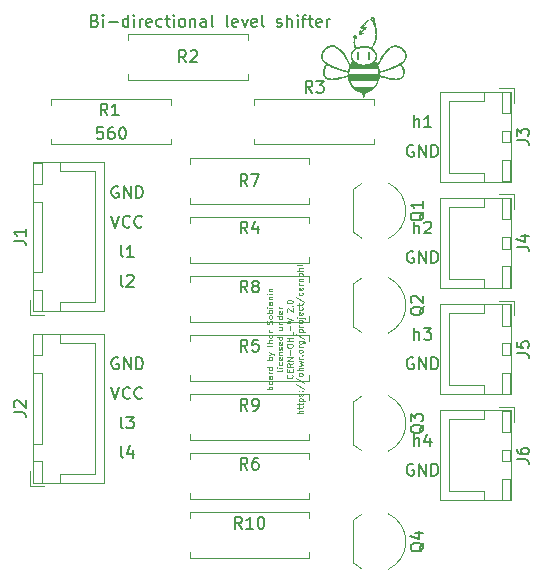
<source format=gbr>
%TF.GenerationSoftware,KiCad,Pcbnew,(5.1.5)-3*%
%TF.CreationDate,2022-05-23T16:29:15+01:00*%
%TF.ProjectId,level_shifter,6c657665-6c5f-4736-9869-667465722e6b,rev?*%
%TF.SameCoordinates,Original*%
%TF.FileFunction,Legend,Top*%
%TF.FilePolarity,Positive*%
%FSLAX46Y46*%
G04 Gerber Fmt 4.6, Leading zero omitted, Abs format (unit mm)*
G04 Created by KiCad (PCBNEW (5.1.5)-3) date 2022-05-23 16:29:15*
%MOMM*%
%LPD*%
G04 APERTURE LIST*
%ADD10C,0.100000*%
%ADD11C,0.150000*%
%ADD12C,0.120000*%
%ADD13C,0.010000*%
G04 APERTURE END LIST*
D10*
X132301190Y-93161904D02*
X131801190Y-93161904D01*
X131991666Y-93161904D02*
X131967857Y-93114285D01*
X131967857Y-93019047D01*
X131991666Y-92971428D01*
X132015476Y-92947619D01*
X132063095Y-92923809D01*
X132205952Y-92923809D01*
X132253571Y-92947619D01*
X132277380Y-92971428D01*
X132301190Y-93019047D01*
X132301190Y-93114285D01*
X132277380Y-93161904D01*
X132301190Y-92638095D02*
X132277380Y-92685714D01*
X132253571Y-92709523D01*
X132205952Y-92733333D01*
X132063095Y-92733333D01*
X132015476Y-92709523D01*
X131991666Y-92685714D01*
X131967857Y-92638095D01*
X131967857Y-92566666D01*
X131991666Y-92519047D01*
X132015476Y-92495238D01*
X132063095Y-92471428D01*
X132205952Y-92471428D01*
X132253571Y-92495238D01*
X132277380Y-92519047D01*
X132301190Y-92566666D01*
X132301190Y-92638095D01*
X132301190Y-92042857D02*
X132039285Y-92042857D01*
X131991666Y-92066666D01*
X131967857Y-92114285D01*
X131967857Y-92209523D01*
X131991666Y-92257142D01*
X132277380Y-92042857D02*
X132301190Y-92090476D01*
X132301190Y-92209523D01*
X132277380Y-92257142D01*
X132229761Y-92280952D01*
X132182142Y-92280952D01*
X132134523Y-92257142D01*
X132110714Y-92209523D01*
X132110714Y-92090476D01*
X132086904Y-92042857D01*
X132301190Y-91804761D02*
X131967857Y-91804761D01*
X132063095Y-91804761D02*
X132015476Y-91780952D01*
X131991666Y-91757142D01*
X131967857Y-91709523D01*
X131967857Y-91661904D01*
X132301190Y-91280952D02*
X131801190Y-91280952D01*
X132277380Y-91280952D02*
X132301190Y-91328571D01*
X132301190Y-91423809D01*
X132277380Y-91471428D01*
X132253571Y-91495238D01*
X132205952Y-91519047D01*
X132063095Y-91519047D01*
X132015476Y-91495238D01*
X131991666Y-91471428D01*
X131967857Y-91423809D01*
X131967857Y-91328571D01*
X131991666Y-91280952D01*
X132301190Y-90661904D02*
X131801190Y-90661904D01*
X131991666Y-90661904D02*
X131967857Y-90614285D01*
X131967857Y-90519047D01*
X131991666Y-90471428D01*
X132015476Y-90447619D01*
X132063095Y-90423809D01*
X132205952Y-90423809D01*
X132253571Y-90447619D01*
X132277380Y-90471428D01*
X132301190Y-90519047D01*
X132301190Y-90614285D01*
X132277380Y-90661904D01*
X131967857Y-90257142D02*
X132301190Y-90138095D01*
X131967857Y-90019047D02*
X132301190Y-90138095D01*
X132420238Y-90185714D01*
X132444047Y-90209523D01*
X132467857Y-90257142D01*
X132301190Y-89447619D02*
X131801190Y-89447619D01*
X132301190Y-89209523D02*
X131801190Y-89209523D01*
X132301190Y-88995238D02*
X132039285Y-88995238D01*
X131991666Y-89019047D01*
X131967857Y-89066666D01*
X131967857Y-89138095D01*
X131991666Y-89185714D01*
X132015476Y-89209523D01*
X132301190Y-88685714D02*
X132277380Y-88733333D01*
X132253571Y-88757142D01*
X132205952Y-88780952D01*
X132063095Y-88780952D01*
X132015476Y-88757142D01*
X131991666Y-88733333D01*
X131967857Y-88685714D01*
X131967857Y-88614285D01*
X131991666Y-88566666D01*
X132015476Y-88542857D01*
X132063095Y-88519047D01*
X132205952Y-88519047D01*
X132253571Y-88542857D01*
X132277380Y-88566666D01*
X132301190Y-88614285D01*
X132301190Y-88685714D01*
X132301190Y-88304761D02*
X131967857Y-88304761D01*
X132063095Y-88304761D02*
X132015476Y-88280952D01*
X131991666Y-88257142D01*
X131967857Y-88209523D01*
X131967857Y-88161904D01*
X132277380Y-87638095D02*
X132301190Y-87566666D01*
X132301190Y-87447619D01*
X132277380Y-87400000D01*
X132253571Y-87376190D01*
X132205952Y-87352380D01*
X132158333Y-87352380D01*
X132110714Y-87376190D01*
X132086904Y-87400000D01*
X132063095Y-87447619D01*
X132039285Y-87542857D01*
X132015476Y-87590476D01*
X131991666Y-87614285D01*
X131944047Y-87638095D01*
X131896428Y-87638095D01*
X131848809Y-87614285D01*
X131825000Y-87590476D01*
X131801190Y-87542857D01*
X131801190Y-87423809D01*
X131825000Y-87352380D01*
X132301190Y-87066666D02*
X132277380Y-87114285D01*
X132253571Y-87138095D01*
X132205952Y-87161904D01*
X132063095Y-87161904D01*
X132015476Y-87138095D01*
X131991666Y-87114285D01*
X131967857Y-87066666D01*
X131967857Y-86995238D01*
X131991666Y-86947619D01*
X132015476Y-86923809D01*
X132063095Y-86900000D01*
X132205952Y-86900000D01*
X132253571Y-86923809D01*
X132277380Y-86947619D01*
X132301190Y-86995238D01*
X132301190Y-87066666D01*
X132301190Y-86685714D02*
X131801190Y-86685714D01*
X131991666Y-86685714D02*
X131967857Y-86638095D01*
X131967857Y-86542857D01*
X131991666Y-86495238D01*
X132015476Y-86471428D01*
X132063095Y-86447619D01*
X132205952Y-86447619D01*
X132253571Y-86471428D01*
X132277380Y-86495238D01*
X132301190Y-86542857D01*
X132301190Y-86638095D01*
X132277380Y-86685714D01*
X132301190Y-86233333D02*
X131967857Y-86233333D01*
X131801190Y-86233333D02*
X131825000Y-86257142D01*
X131848809Y-86233333D01*
X131825000Y-86209523D01*
X131801190Y-86233333D01*
X131848809Y-86233333D01*
X132301190Y-85780952D02*
X132039285Y-85780952D01*
X131991666Y-85804761D01*
X131967857Y-85852380D01*
X131967857Y-85947619D01*
X131991666Y-85995238D01*
X132277380Y-85780952D02*
X132301190Y-85828571D01*
X132301190Y-85947619D01*
X132277380Y-85995238D01*
X132229761Y-86019047D01*
X132182142Y-86019047D01*
X132134523Y-85995238D01*
X132110714Y-85947619D01*
X132110714Y-85828571D01*
X132086904Y-85780952D01*
X131967857Y-85542857D02*
X132301190Y-85542857D01*
X132015476Y-85542857D02*
X131991666Y-85519047D01*
X131967857Y-85471428D01*
X131967857Y-85400000D01*
X131991666Y-85352380D01*
X132039285Y-85328571D01*
X132301190Y-85328571D01*
X132301190Y-85090476D02*
X131967857Y-85090476D01*
X131801190Y-85090476D02*
X131825000Y-85114285D01*
X131848809Y-85090476D01*
X131825000Y-85066666D01*
X131801190Y-85090476D01*
X131848809Y-85090476D01*
X131967857Y-84852380D02*
X132301190Y-84852380D01*
X132015476Y-84852380D02*
X131991666Y-84828571D01*
X131967857Y-84780952D01*
X131967857Y-84709523D01*
X131991666Y-84661904D01*
X132039285Y-84638095D01*
X132301190Y-84638095D01*
X133151190Y-91495238D02*
X133127380Y-91542857D01*
X133079761Y-91566666D01*
X132651190Y-91566666D01*
X133151190Y-91304761D02*
X132817857Y-91304761D01*
X132651190Y-91304761D02*
X132675000Y-91328571D01*
X132698809Y-91304761D01*
X132675000Y-91280952D01*
X132651190Y-91304761D01*
X132698809Y-91304761D01*
X133127380Y-90852380D02*
X133151190Y-90900000D01*
X133151190Y-90995238D01*
X133127380Y-91042857D01*
X133103571Y-91066666D01*
X133055952Y-91090476D01*
X132913095Y-91090476D01*
X132865476Y-91066666D01*
X132841666Y-91042857D01*
X132817857Y-90995238D01*
X132817857Y-90900000D01*
X132841666Y-90852380D01*
X133127380Y-90447619D02*
X133151190Y-90495238D01*
X133151190Y-90590476D01*
X133127380Y-90638095D01*
X133079761Y-90661904D01*
X132889285Y-90661904D01*
X132841666Y-90638095D01*
X132817857Y-90590476D01*
X132817857Y-90495238D01*
X132841666Y-90447619D01*
X132889285Y-90423809D01*
X132936904Y-90423809D01*
X132984523Y-90661904D01*
X132817857Y-90209523D02*
X133151190Y-90209523D01*
X132865476Y-90209523D02*
X132841666Y-90185714D01*
X132817857Y-90138095D01*
X132817857Y-90066666D01*
X132841666Y-90019047D01*
X132889285Y-89995238D01*
X133151190Y-89995238D01*
X133127380Y-89780952D02*
X133151190Y-89733333D01*
X133151190Y-89638095D01*
X133127380Y-89590476D01*
X133079761Y-89566666D01*
X133055952Y-89566666D01*
X133008333Y-89590476D01*
X132984523Y-89638095D01*
X132984523Y-89709523D01*
X132960714Y-89757142D01*
X132913095Y-89780952D01*
X132889285Y-89780952D01*
X132841666Y-89757142D01*
X132817857Y-89709523D01*
X132817857Y-89638095D01*
X132841666Y-89590476D01*
X133127380Y-89161904D02*
X133151190Y-89209523D01*
X133151190Y-89304761D01*
X133127380Y-89352380D01*
X133079761Y-89376190D01*
X132889285Y-89376190D01*
X132841666Y-89352380D01*
X132817857Y-89304761D01*
X132817857Y-89209523D01*
X132841666Y-89161904D01*
X132889285Y-89138095D01*
X132936904Y-89138095D01*
X132984523Y-89376190D01*
X133151190Y-88709523D02*
X132651190Y-88709523D01*
X133127380Y-88709523D02*
X133151190Y-88757142D01*
X133151190Y-88852380D01*
X133127380Y-88900000D01*
X133103571Y-88923809D01*
X133055952Y-88947619D01*
X132913095Y-88947619D01*
X132865476Y-88923809D01*
X132841666Y-88900000D01*
X132817857Y-88852380D01*
X132817857Y-88757142D01*
X132841666Y-88709523D01*
X132817857Y-87876190D02*
X133151190Y-87876190D01*
X132817857Y-88090476D02*
X133079761Y-88090476D01*
X133127380Y-88066666D01*
X133151190Y-88019047D01*
X133151190Y-87947619D01*
X133127380Y-87900000D01*
X133103571Y-87876190D01*
X132817857Y-87638095D02*
X133151190Y-87638095D01*
X132865476Y-87638095D02*
X132841666Y-87614285D01*
X132817857Y-87566666D01*
X132817857Y-87495238D01*
X132841666Y-87447619D01*
X132889285Y-87423809D01*
X133151190Y-87423809D01*
X133151190Y-86971428D02*
X132651190Y-86971428D01*
X133127380Y-86971428D02*
X133151190Y-87019047D01*
X133151190Y-87114285D01*
X133127380Y-87161904D01*
X133103571Y-87185714D01*
X133055952Y-87209523D01*
X132913095Y-87209523D01*
X132865476Y-87185714D01*
X132841666Y-87161904D01*
X132817857Y-87114285D01*
X132817857Y-87019047D01*
X132841666Y-86971428D01*
X133127380Y-86542857D02*
X133151190Y-86590476D01*
X133151190Y-86685714D01*
X133127380Y-86733333D01*
X133079761Y-86757142D01*
X132889285Y-86757142D01*
X132841666Y-86733333D01*
X132817857Y-86685714D01*
X132817857Y-86590476D01*
X132841666Y-86542857D01*
X132889285Y-86519047D01*
X132936904Y-86519047D01*
X132984523Y-86757142D01*
X133151190Y-86304761D02*
X132817857Y-86304761D01*
X132913095Y-86304761D02*
X132865476Y-86280952D01*
X132841666Y-86257142D01*
X132817857Y-86209523D01*
X132817857Y-86161904D01*
X133953571Y-91900000D02*
X133977380Y-91923809D01*
X134001190Y-91995238D01*
X134001190Y-92042857D01*
X133977380Y-92114285D01*
X133929761Y-92161904D01*
X133882142Y-92185714D01*
X133786904Y-92209523D01*
X133715476Y-92209523D01*
X133620238Y-92185714D01*
X133572619Y-92161904D01*
X133525000Y-92114285D01*
X133501190Y-92042857D01*
X133501190Y-91995238D01*
X133525000Y-91923809D01*
X133548809Y-91900000D01*
X133739285Y-91685714D02*
X133739285Y-91519047D01*
X134001190Y-91447619D02*
X134001190Y-91685714D01*
X133501190Y-91685714D01*
X133501190Y-91447619D01*
X134001190Y-90947619D02*
X133763095Y-91114285D01*
X134001190Y-91233333D02*
X133501190Y-91233333D01*
X133501190Y-91042857D01*
X133525000Y-90995238D01*
X133548809Y-90971428D01*
X133596428Y-90947619D01*
X133667857Y-90947619D01*
X133715476Y-90971428D01*
X133739285Y-90995238D01*
X133763095Y-91042857D01*
X133763095Y-91233333D01*
X134001190Y-90733333D02*
X133501190Y-90733333D01*
X134001190Y-90447619D01*
X133501190Y-90447619D01*
X133810714Y-90209523D02*
X133810714Y-89828571D01*
X133501190Y-89495238D02*
X133501190Y-89400000D01*
X133525000Y-89352380D01*
X133572619Y-89304761D01*
X133667857Y-89280952D01*
X133834523Y-89280952D01*
X133929761Y-89304761D01*
X133977380Y-89352380D01*
X134001190Y-89400000D01*
X134001190Y-89495238D01*
X133977380Y-89542857D01*
X133929761Y-89590476D01*
X133834523Y-89614285D01*
X133667857Y-89614285D01*
X133572619Y-89590476D01*
X133525000Y-89542857D01*
X133501190Y-89495238D01*
X134001190Y-89066666D02*
X133501190Y-89066666D01*
X133739285Y-89066666D02*
X133739285Y-88780952D01*
X134001190Y-88780952D02*
X133501190Y-88780952D01*
X134001190Y-88304761D02*
X134001190Y-88542857D01*
X133501190Y-88542857D01*
X133810714Y-88138095D02*
X133810714Y-87757142D01*
X133501190Y-87566666D02*
X134001190Y-87447619D01*
X133644047Y-87352380D01*
X134001190Y-87257142D01*
X133501190Y-87138095D01*
X133548809Y-86590476D02*
X133525000Y-86566666D01*
X133501190Y-86519047D01*
X133501190Y-86400000D01*
X133525000Y-86352380D01*
X133548809Y-86328571D01*
X133596428Y-86304761D01*
X133644047Y-86304761D01*
X133715476Y-86328571D01*
X134001190Y-86614285D01*
X134001190Y-86304761D01*
X133953571Y-86090476D02*
X133977380Y-86066666D01*
X134001190Y-86090476D01*
X133977380Y-86114285D01*
X133953571Y-86090476D01*
X134001190Y-86090476D01*
X133501190Y-85757142D02*
X133501190Y-85709523D01*
X133525000Y-85661904D01*
X133548809Y-85638095D01*
X133596428Y-85614285D01*
X133691666Y-85590476D01*
X133810714Y-85590476D01*
X133905952Y-85614285D01*
X133953571Y-85638095D01*
X133977380Y-85661904D01*
X134001190Y-85709523D01*
X134001190Y-85757142D01*
X133977380Y-85804761D01*
X133953571Y-85828571D01*
X133905952Y-85852380D01*
X133810714Y-85876190D01*
X133691666Y-85876190D01*
X133596428Y-85852380D01*
X133548809Y-85828571D01*
X133525000Y-85804761D01*
X133501190Y-85757142D01*
X134851190Y-95173809D02*
X134351190Y-95173809D01*
X134851190Y-94959523D02*
X134589285Y-94959523D01*
X134541666Y-94983333D01*
X134517857Y-95030952D01*
X134517857Y-95102380D01*
X134541666Y-95150000D01*
X134565476Y-95173809D01*
X134517857Y-94792857D02*
X134517857Y-94602380D01*
X134351190Y-94721428D02*
X134779761Y-94721428D01*
X134827380Y-94697619D01*
X134851190Y-94650000D01*
X134851190Y-94602380D01*
X134517857Y-94507142D02*
X134517857Y-94316666D01*
X134351190Y-94435714D02*
X134779761Y-94435714D01*
X134827380Y-94411904D01*
X134851190Y-94364285D01*
X134851190Y-94316666D01*
X134517857Y-94150000D02*
X135017857Y-94150000D01*
X134541666Y-94150000D02*
X134517857Y-94102380D01*
X134517857Y-94007142D01*
X134541666Y-93959523D01*
X134565476Y-93935714D01*
X134613095Y-93911904D01*
X134755952Y-93911904D01*
X134803571Y-93935714D01*
X134827380Y-93959523D01*
X134851190Y-94007142D01*
X134851190Y-94102380D01*
X134827380Y-94150000D01*
X134827380Y-93721428D02*
X134851190Y-93673809D01*
X134851190Y-93578571D01*
X134827380Y-93530952D01*
X134779761Y-93507142D01*
X134755952Y-93507142D01*
X134708333Y-93530952D01*
X134684523Y-93578571D01*
X134684523Y-93650000D01*
X134660714Y-93697619D01*
X134613095Y-93721428D01*
X134589285Y-93721428D01*
X134541666Y-93697619D01*
X134517857Y-93650000D01*
X134517857Y-93578571D01*
X134541666Y-93530952D01*
X134803571Y-93292857D02*
X134827380Y-93269047D01*
X134851190Y-93292857D01*
X134827380Y-93316666D01*
X134803571Y-93292857D01*
X134851190Y-93292857D01*
X134541666Y-93292857D02*
X134565476Y-93269047D01*
X134589285Y-93292857D01*
X134565476Y-93316666D01*
X134541666Y-93292857D01*
X134589285Y-93292857D01*
X134327380Y-92697619D02*
X134970238Y-93126190D01*
X134327380Y-92173809D02*
X134970238Y-92602380D01*
X134851190Y-91935714D02*
X134827380Y-91983333D01*
X134803571Y-92007142D01*
X134755952Y-92030952D01*
X134613095Y-92030952D01*
X134565476Y-92007142D01*
X134541666Y-91983333D01*
X134517857Y-91935714D01*
X134517857Y-91864285D01*
X134541666Y-91816666D01*
X134565476Y-91792857D01*
X134613095Y-91769047D01*
X134755952Y-91769047D01*
X134803571Y-91792857D01*
X134827380Y-91816666D01*
X134851190Y-91864285D01*
X134851190Y-91935714D01*
X134851190Y-91554761D02*
X134351190Y-91554761D01*
X134851190Y-91340476D02*
X134589285Y-91340476D01*
X134541666Y-91364285D01*
X134517857Y-91411904D01*
X134517857Y-91483333D01*
X134541666Y-91530952D01*
X134565476Y-91554761D01*
X134517857Y-91150000D02*
X134851190Y-91054761D01*
X134613095Y-90959523D01*
X134851190Y-90864285D01*
X134517857Y-90769047D01*
X134851190Y-90578571D02*
X134517857Y-90578571D01*
X134613095Y-90578571D02*
X134565476Y-90554761D01*
X134541666Y-90530952D01*
X134517857Y-90483333D01*
X134517857Y-90435714D01*
X134803571Y-90269047D02*
X134827380Y-90245238D01*
X134851190Y-90269047D01*
X134827380Y-90292857D01*
X134803571Y-90269047D01*
X134851190Y-90269047D01*
X134851190Y-89959523D02*
X134827380Y-90007142D01*
X134803571Y-90030952D01*
X134755952Y-90054761D01*
X134613095Y-90054761D01*
X134565476Y-90030952D01*
X134541666Y-90007142D01*
X134517857Y-89959523D01*
X134517857Y-89888095D01*
X134541666Y-89840476D01*
X134565476Y-89816666D01*
X134613095Y-89792857D01*
X134755952Y-89792857D01*
X134803571Y-89816666D01*
X134827380Y-89840476D01*
X134851190Y-89888095D01*
X134851190Y-89959523D01*
X134851190Y-89578571D02*
X134517857Y-89578571D01*
X134613095Y-89578571D02*
X134565476Y-89554761D01*
X134541666Y-89530952D01*
X134517857Y-89483333D01*
X134517857Y-89435714D01*
X134517857Y-89054761D02*
X134922619Y-89054761D01*
X134970238Y-89078571D01*
X134994047Y-89102380D01*
X135017857Y-89150000D01*
X135017857Y-89221428D01*
X134994047Y-89269047D01*
X134827380Y-89054761D02*
X134851190Y-89102380D01*
X134851190Y-89197619D01*
X134827380Y-89245238D01*
X134803571Y-89269047D01*
X134755952Y-89292857D01*
X134613095Y-89292857D01*
X134565476Y-89269047D01*
X134541666Y-89245238D01*
X134517857Y-89197619D01*
X134517857Y-89102380D01*
X134541666Y-89054761D01*
X134327380Y-88459523D02*
X134970238Y-88888095D01*
X134517857Y-88292857D02*
X135017857Y-88292857D01*
X134541666Y-88292857D02*
X134517857Y-88245238D01*
X134517857Y-88150000D01*
X134541666Y-88102380D01*
X134565476Y-88078571D01*
X134613095Y-88054761D01*
X134755952Y-88054761D01*
X134803571Y-88078571D01*
X134827380Y-88102380D01*
X134851190Y-88150000D01*
X134851190Y-88245238D01*
X134827380Y-88292857D01*
X134851190Y-87840476D02*
X134517857Y-87840476D01*
X134613095Y-87840476D02*
X134565476Y-87816666D01*
X134541666Y-87792857D01*
X134517857Y-87745238D01*
X134517857Y-87697619D01*
X134851190Y-87459523D02*
X134827380Y-87507142D01*
X134803571Y-87530952D01*
X134755952Y-87554761D01*
X134613095Y-87554761D01*
X134565476Y-87530952D01*
X134541666Y-87507142D01*
X134517857Y-87459523D01*
X134517857Y-87388095D01*
X134541666Y-87340476D01*
X134565476Y-87316666D01*
X134613095Y-87292857D01*
X134755952Y-87292857D01*
X134803571Y-87316666D01*
X134827380Y-87340476D01*
X134851190Y-87388095D01*
X134851190Y-87459523D01*
X134517857Y-87078571D02*
X134946428Y-87078571D01*
X134994047Y-87102380D01*
X135017857Y-87150000D01*
X135017857Y-87173809D01*
X134351190Y-87078571D02*
X134375000Y-87102380D01*
X134398809Y-87078571D01*
X134375000Y-87054761D01*
X134351190Y-87078571D01*
X134398809Y-87078571D01*
X134827380Y-86650000D02*
X134851190Y-86697619D01*
X134851190Y-86792857D01*
X134827380Y-86840476D01*
X134779761Y-86864285D01*
X134589285Y-86864285D01*
X134541666Y-86840476D01*
X134517857Y-86792857D01*
X134517857Y-86697619D01*
X134541666Y-86650000D01*
X134589285Y-86626190D01*
X134636904Y-86626190D01*
X134684523Y-86864285D01*
X134827380Y-86197619D02*
X134851190Y-86245238D01*
X134851190Y-86340476D01*
X134827380Y-86388095D01*
X134803571Y-86411904D01*
X134755952Y-86435714D01*
X134613095Y-86435714D01*
X134565476Y-86411904D01*
X134541666Y-86388095D01*
X134517857Y-86340476D01*
X134517857Y-86245238D01*
X134541666Y-86197619D01*
X134517857Y-86054761D02*
X134517857Y-85864285D01*
X134351190Y-85983333D02*
X134779761Y-85983333D01*
X134827380Y-85959523D01*
X134851190Y-85911904D01*
X134851190Y-85864285D01*
X134327380Y-85340476D02*
X134970238Y-85769047D01*
X134827380Y-84959523D02*
X134851190Y-85007142D01*
X134851190Y-85102380D01*
X134827380Y-85150000D01*
X134803571Y-85173809D01*
X134755952Y-85197619D01*
X134613095Y-85197619D01*
X134565476Y-85173809D01*
X134541666Y-85150000D01*
X134517857Y-85102380D01*
X134517857Y-85007142D01*
X134541666Y-84959523D01*
X134827380Y-84554761D02*
X134851190Y-84602380D01*
X134851190Y-84697619D01*
X134827380Y-84745238D01*
X134779761Y-84769047D01*
X134589285Y-84769047D01*
X134541666Y-84745238D01*
X134517857Y-84697619D01*
X134517857Y-84602380D01*
X134541666Y-84554761D01*
X134589285Y-84530952D01*
X134636904Y-84530952D01*
X134684523Y-84769047D01*
X134851190Y-84316666D02*
X134517857Y-84316666D01*
X134613095Y-84316666D02*
X134565476Y-84292857D01*
X134541666Y-84269047D01*
X134517857Y-84221428D01*
X134517857Y-84173809D01*
X134517857Y-84007142D02*
X134851190Y-84007142D01*
X134565476Y-84007142D02*
X134541666Y-83983333D01*
X134517857Y-83935714D01*
X134517857Y-83864285D01*
X134541666Y-83816666D01*
X134589285Y-83792857D01*
X134851190Y-83792857D01*
X134851190Y-83483333D02*
X134827380Y-83530952D01*
X134803571Y-83554761D01*
X134755952Y-83578571D01*
X134613095Y-83578571D01*
X134565476Y-83554761D01*
X134541666Y-83530952D01*
X134517857Y-83483333D01*
X134517857Y-83411904D01*
X134541666Y-83364285D01*
X134565476Y-83340476D01*
X134613095Y-83316666D01*
X134755952Y-83316666D01*
X134803571Y-83340476D01*
X134827380Y-83364285D01*
X134851190Y-83411904D01*
X134851190Y-83483333D01*
X134851190Y-83102380D02*
X134351190Y-83102380D01*
X134851190Y-82888095D02*
X134589285Y-82888095D01*
X134541666Y-82911904D01*
X134517857Y-82959523D01*
X134517857Y-83030952D01*
X134541666Y-83078571D01*
X134565476Y-83102380D01*
X134851190Y-82578571D02*
X134827380Y-82626190D01*
X134779761Y-82650000D01*
X134351190Y-82650000D01*
D11*
X117285714Y-61928571D02*
X117428571Y-61976190D01*
X117476190Y-62023809D01*
X117523809Y-62119047D01*
X117523809Y-62261904D01*
X117476190Y-62357142D01*
X117428571Y-62404761D01*
X117333333Y-62452380D01*
X116952380Y-62452380D01*
X116952380Y-61452380D01*
X117285714Y-61452380D01*
X117380952Y-61500000D01*
X117428571Y-61547619D01*
X117476190Y-61642857D01*
X117476190Y-61738095D01*
X117428571Y-61833333D01*
X117380952Y-61880952D01*
X117285714Y-61928571D01*
X116952380Y-61928571D01*
X117952380Y-62452380D02*
X117952380Y-61785714D01*
X117952380Y-61452380D02*
X117904761Y-61500000D01*
X117952380Y-61547619D01*
X118000000Y-61500000D01*
X117952380Y-61452380D01*
X117952380Y-61547619D01*
X118428571Y-62071428D02*
X119190476Y-62071428D01*
X120095238Y-62452380D02*
X120095238Y-61452380D01*
X120095238Y-62404761D02*
X120000000Y-62452380D01*
X119809523Y-62452380D01*
X119714285Y-62404761D01*
X119666666Y-62357142D01*
X119619047Y-62261904D01*
X119619047Y-61976190D01*
X119666666Y-61880952D01*
X119714285Y-61833333D01*
X119809523Y-61785714D01*
X120000000Y-61785714D01*
X120095238Y-61833333D01*
X120571428Y-62452380D02*
X120571428Y-61785714D01*
X120571428Y-61452380D02*
X120523809Y-61500000D01*
X120571428Y-61547619D01*
X120619047Y-61500000D01*
X120571428Y-61452380D01*
X120571428Y-61547619D01*
X121047619Y-62452380D02*
X121047619Y-61785714D01*
X121047619Y-61976190D02*
X121095238Y-61880952D01*
X121142857Y-61833333D01*
X121238095Y-61785714D01*
X121333333Y-61785714D01*
X122047619Y-62404761D02*
X121952380Y-62452380D01*
X121761904Y-62452380D01*
X121666666Y-62404761D01*
X121619047Y-62309523D01*
X121619047Y-61928571D01*
X121666666Y-61833333D01*
X121761904Y-61785714D01*
X121952380Y-61785714D01*
X122047619Y-61833333D01*
X122095238Y-61928571D01*
X122095238Y-62023809D01*
X121619047Y-62119047D01*
X122952380Y-62404761D02*
X122857142Y-62452380D01*
X122666666Y-62452380D01*
X122571428Y-62404761D01*
X122523809Y-62357142D01*
X122476190Y-62261904D01*
X122476190Y-61976190D01*
X122523809Y-61880952D01*
X122571428Y-61833333D01*
X122666666Y-61785714D01*
X122857142Y-61785714D01*
X122952380Y-61833333D01*
X123238095Y-61785714D02*
X123619047Y-61785714D01*
X123380952Y-61452380D02*
X123380952Y-62309523D01*
X123428571Y-62404761D01*
X123523809Y-62452380D01*
X123619047Y-62452380D01*
X123952380Y-62452380D02*
X123952380Y-61785714D01*
X123952380Y-61452380D02*
X123904761Y-61500000D01*
X123952380Y-61547619D01*
X124000000Y-61500000D01*
X123952380Y-61452380D01*
X123952380Y-61547619D01*
X124571428Y-62452380D02*
X124476190Y-62404761D01*
X124428571Y-62357142D01*
X124380952Y-62261904D01*
X124380952Y-61976190D01*
X124428571Y-61880952D01*
X124476190Y-61833333D01*
X124571428Y-61785714D01*
X124714285Y-61785714D01*
X124809523Y-61833333D01*
X124857142Y-61880952D01*
X124904761Y-61976190D01*
X124904761Y-62261904D01*
X124857142Y-62357142D01*
X124809523Y-62404761D01*
X124714285Y-62452380D01*
X124571428Y-62452380D01*
X125333333Y-61785714D02*
X125333333Y-62452380D01*
X125333333Y-61880952D02*
X125380952Y-61833333D01*
X125476190Y-61785714D01*
X125619047Y-61785714D01*
X125714285Y-61833333D01*
X125761904Y-61928571D01*
X125761904Y-62452380D01*
X126666666Y-62452380D02*
X126666666Y-61928571D01*
X126619047Y-61833333D01*
X126523809Y-61785714D01*
X126333333Y-61785714D01*
X126238095Y-61833333D01*
X126666666Y-62404761D02*
X126571428Y-62452380D01*
X126333333Y-62452380D01*
X126238095Y-62404761D01*
X126190476Y-62309523D01*
X126190476Y-62214285D01*
X126238095Y-62119047D01*
X126333333Y-62071428D01*
X126571428Y-62071428D01*
X126666666Y-62023809D01*
X127285714Y-62452380D02*
X127190476Y-62404761D01*
X127142857Y-62309523D01*
X127142857Y-61452380D01*
X128571428Y-62452380D02*
X128476190Y-62404761D01*
X128428571Y-62309523D01*
X128428571Y-61452380D01*
X129333333Y-62404761D02*
X129238095Y-62452380D01*
X129047619Y-62452380D01*
X128952380Y-62404761D01*
X128904761Y-62309523D01*
X128904761Y-61928571D01*
X128952380Y-61833333D01*
X129047619Y-61785714D01*
X129238095Y-61785714D01*
X129333333Y-61833333D01*
X129380952Y-61928571D01*
X129380952Y-62023809D01*
X128904761Y-62119047D01*
X129714285Y-61785714D02*
X129952380Y-62452380D01*
X130190476Y-61785714D01*
X130952380Y-62404761D02*
X130857142Y-62452380D01*
X130666666Y-62452380D01*
X130571428Y-62404761D01*
X130523809Y-62309523D01*
X130523809Y-61928571D01*
X130571428Y-61833333D01*
X130666666Y-61785714D01*
X130857142Y-61785714D01*
X130952380Y-61833333D01*
X131000000Y-61928571D01*
X131000000Y-62023809D01*
X130523809Y-62119047D01*
X131571428Y-62452380D02*
X131476190Y-62404761D01*
X131428571Y-62309523D01*
X131428571Y-61452380D01*
X132666666Y-62404761D02*
X132761904Y-62452380D01*
X132952380Y-62452380D01*
X133047619Y-62404761D01*
X133095238Y-62309523D01*
X133095238Y-62261904D01*
X133047619Y-62166666D01*
X132952380Y-62119047D01*
X132809523Y-62119047D01*
X132714285Y-62071428D01*
X132666666Y-61976190D01*
X132666666Y-61928571D01*
X132714285Y-61833333D01*
X132809523Y-61785714D01*
X132952380Y-61785714D01*
X133047619Y-61833333D01*
X133523809Y-62452380D02*
X133523809Y-61452380D01*
X133952380Y-62452380D02*
X133952380Y-61928571D01*
X133904761Y-61833333D01*
X133809523Y-61785714D01*
X133666666Y-61785714D01*
X133571428Y-61833333D01*
X133523809Y-61880952D01*
X134428571Y-62452380D02*
X134428571Y-61785714D01*
X134428571Y-61452380D02*
X134380952Y-61500000D01*
X134428571Y-61547619D01*
X134476190Y-61500000D01*
X134428571Y-61452380D01*
X134428571Y-61547619D01*
X134761904Y-61785714D02*
X135142857Y-61785714D01*
X134904761Y-62452380D02*
X134904761Y-61595238D01*
X134952380Y-61500000D01*
X135047619Y-61452380D01*
X135142857Y-61452380D01*
X135333333Y-61785714D02*
X135714285Y-61785714D01*
X135476190Y-61452380D02*
X135476190Y-62309523D01*
X135523809Y-62404761D01*
X135619047Y-62452380D01*
X135714285Y-62452380D01*
X136428571Y-62404761D02*
X136333333Y-62452380D01*
X136142857Y-62452380D01*
X136047619Y-62404761D01*
X136000000Y-62309523D01*
X136000000Y-61928571D01*
X136047619Y-61833333D01*
X136142857Y-61785714D01*
X136333333Y-61785714D01*
X136428571Y-61833333D01*
X136476190Y-61928571D01*
X136476190Y-62023809D01*
X136000000Y-62119047D01*
X136904761Y-62452380D02*
X136904761Y-61785714D01*
X136904761Y-61976190D02*
X136952380Y-61880952D01*
X137000000Y-61833333D01*
X137095238Y-61785714D01*
X137190476Y-61785714D01*
X118666666Y-78452380D02*
X119000000Y-79452380D01*
X119333333Y-78452380D01*
X120238095Y-79357142D02*
X120190476Y-79404761D01*
X120047619Y-79452380D01*
X119952380Y-79452380D01*
X119809523Y-79404761D01*
X119714285Y-79309523D01*
X119666666Y-79214285D01*
X119619047Y-79023809D01*
X119619047Y-78880952D01*
X119666666Y-78690476D01*
X119714285Y-78595238D01*
X119809523Y-78500000D01*
X119952380Y-78452380D01*
X120047619Y-78452380D01*
X120190476Y-78500000D01*
X120238095Y-78547619D01*
X121238095Y-79357142D02*
X121190476Y-79404761D01*
X121047619Y-79452380D01*
X120952380Y-79452380D01*
X120809523Y-79404761D01*
X120714285Y-79309523D01*
X120666666Y-79214285D01*
X120619047Y-79023809D01*
X120619047Y-78880952D01*
X120666666Y-78690476D01*
X120714285Y-78595238D01*
X120809523Y-78500000D01*
X120952380Y-78452380D01*
X121047619Y-78452380D01*
X121190476Y-78500000D01*
X121238095Y-78547619D01*
X119642857Y-81952380D02*
X119547619Y-81904761D01*
X119500000Y-81809523D01*
X119500000Y-80952380D01*
X120547619Y-81952380D02*
X119976190Y-81952380D01*
X120261904Y-81952380D02*
X120261904Y-80952380D01*
X120166666Y-81095238D01*
X120071428Y-81190476D01*
X119976190Y-81238095D01*
X119238095Y-76000000D02*
X119142857Y-75952380D01*
X119000000Y-75952380D01*
X118857142Y-76000000D01*
X118761904Y-76095238D01*
X118714285Y-76190476D01*
X118666666Y-76380952D01*
X118666666Y-76523809D01*
X118714285Y-76714285D01*
X118761904Y-76809523D01*
X118857142Y-76904761D01*
X119000000Y-76952380D01*
X119095238Y-76952380D01*
X119238095Y-76904761D01*
X119285714Y-76857142D01*
X119285714Y-76523809D01*
X119095238Y-76523809D01*
X119714285Y-76952380D02*
X119714285Y-75952380D01*
X120285714Y-76952380D01*
X120285714Y-75952380D01*
X120761904Y-76952380D02*
X120761904Y-75952380D01*
X121000000Y-75952380D01*
X121142857Y-76000000D01*
X121238095Y-76095238D01*
X121285714Y-76190476D01*
X121333333Y-76380952D01*
X121333333Y-76523809D01*
X121285714Y-76714285D01*
X121238095Y-76809523D01*
X121142857Y-76904761D01*
X121000000Y-76952380D01*
X120761904Y-76952380D01*
X119642857Y-84452380D02*
X119547619Y-84404761D01*
X119500000Y-84309523D01*
X119500000Y-83452380D01*
X119976190Y-83547619D02*
X120023809Y-83500000D01*
X120119047Y-83452380D01*
X120357142Y-83452380D01*
X120452380Y-83500000D01*
X120500000Y-83547619D01*
X120547619Y-83642857D01*
X120547619Y-83738095D01*
X120500000Y-83880952D01*
X119928571Y-84452380D01*
X120547619Y-84452380D01*
X118666666Y-92952380D02*
X119000000Y-93952380D01*
X119333333Y-92952380D01*
X120238095Y-93857142D02*
X120190476Y-93904761D01*
X120047619Y-93952380D01*
X119952380Y-93952380D01*
X119809523Y-93904761D01*
X119714285Y-93809523D01*
X119666666Y-93714285D01*
X119619047Y-93523809D01*
X119619047Y-93380952D01*
X119666666Y-93190476D01*
X119714285Y-93095238D01*
X119809523Y-93000000D01*
X119952380Y-92952380D01*
X120047619Y-92952380D01*
X120190476Y-93000000D01*
X120238095Y-93047619D01*
X121238095Y-93857142D02*
X121190476Y-93904761D01*
X121047619Y-93952380D01*
X120952380Y-93952380D01*
X120809523Y-93904761D01*
X120714285Y-93809523D01*
X120666666Y-93714285D01*
X120619047Y-93523809D01*
X120619047Y-93380952D01*
X120666666Y-93190476D01*
X120714285Y-93095238D01*
X120809523Y-93000000D01*
X120952380Y-92952380D01*
X121047619Y-92952380D01*
X121190476Y-93000000D01*
X121238095Y-93047619D01*
X119642857Y-96452380D02*
X119547619Y-96404761D01*
X119500000Y-96309523D01*
X119500000Y-95452380D01*
X119928571Y-95452380D02*
X120547619Y-95452380D01*
X120214285Y-95833333D01*
X120357142Y-95833333D01*
X120452380Y-95880952D01*
X120500000Y-95928571D01*
X120547619Y-96023809D01*
X120547619Y-96261904D01*
X120500000Y-96357142D01*
X120452380Y-96404761D01*
X120357142Y-96452380D01*
X120071428Y-96452380D01*
X119976190Y-96404761D01*
X119928571Y-96357142D01*
X119642857Y-98952380D02*
X119547619Y-98904761D01*
X119500000Y-98809523D01*
X119500000Y-97952380D01*
X120452380Y-98285714D02*
X120452380Y-98952380D01*
X120214285Y-97904761D02*
X119976190Y-98619047D01*
X120595238Y-98619047D01*
X119238095Y-90500000D02*
X119142857Y-90452380D01*
X119000000Y-90452380D01*
X118857142Y-90500000D01*
X118761904Y-90595238D01*
X118714285Y-90690476D01*
X118666666Y-90880952D01*
X118666666Y-91023809D01*
X118714285Y-91214285D01*
X118761904Y-91309523D01*
X118857142Y-91404761D01*
X119000000Y-91452380D01*
X119095238Y-91452380D01*
X119238095Y-91404761D01*
X119285714Y-91357142D01*
X119285714Y-91023809D01*
X119095238Y-91023809D01*
X119714285Y-91452380D02*
X119714285Y-90452380D01*
X120285714Y-91452380D01*
X120285714Y-90452380D01*
X120761904Y-91452380D02*
X120761904Y-90452380D01*
X121000000Y-90452380D01*
X121142857Y-90500000D01*
X121238095Y-90595238D01*
X121285714Y-90690476D01*
X121333333Y-90880952D01*
X121333333Y-91023809D01*
X121285714Y-91214285D01*
X121238095Y-91309523D01*
X121142857Y-91404761D01*
X121000000Y-91452380D01*
X120761904Y-91452380D01*
X144309523Y-97952380D02*
X144309523Y-96952380D01*
X144738095Y-97952380D02*
X144738095Y-97428571D01*
X144690476Y-97333333D01*
X144595238Y-97285714D01*
X144452380Y-97285714D01*
X144357142Y-97333333D01*
X144309523Y-97380952D01*
X145642857Y-97285714D02*
X145642857Y-97952380D01*
X145404761Y-96904761D02*
X145166666Y-97619047D01*
X145785714Y-97619047D01*
X144238095Y-99500000D02*
X144142857Y-99452380D01*
X144000000Y-99452380D01*
X143857142Y-99500000D01*
X143761904Y-99595238D01*
X143714285Y-99690476D01*
X143666666Y-99880952D01*
X143666666Y-100023809D01*
X143714285Y-100214285D01*
X143761904Y-100309523D01*
X143857142Y-100404761D01*
X144000000Y-100452380D01*
X144095238Y-100452380D01*
X144238095Y-100404761D01*
X144285714Y-100357142D01*
X144285714Y-100023809D01*
X144095238Y-100023809D01*
X144714285Y-100452380D02*
X144714285Y-99452380D01*
X145285714Y-100452380D01*
X145285714Y-99452380D01*
X145761904Y-100452380D02*
X145761904Y-99452380D01*
X146000000Y-99452380D01*
X146142857Y-99500000D01*
X146238095Y-99595238D01*
X146285714Y-99690476D01*
X146333333Y-99880952D01*
X146333333Y-100023809D01*
X146285714Y-100214285D01*
X146238095Y-100309523D01*
X146142857Y-100404761D01*
X146000000Y-100452380D01*
X145761904Y-100452380D01*
X144309523Y-88952380D02*
X144309523Y-87952380D01*
X144738095Y-88952380D02*
X144738095Y-88428571D01*
X144690476Y-88333333D01*
X144595238Y-88285714D01*
X144452380Y-88285714D01*
X144357142Y-88333333D01*
X144309523Y-88380952D01*
X145119047Y-87952380D02*
X145738095Y-87952380D01*
X145404761Y-88333333D01*
X145547619Y-88333333D01*
X145642857Y-88380952D01*
X145690476Y-88428571D01*
X145738095Y-88523809D01*
X145738095Y-88761904D01*
X145690476Y-88857142D01*
X145642857Y-88904761D01*
X145547619Y-88952380D01*
X145261904Y-88952380D01*
X145166666Y-88904761D01*
X145119047Y-88857142D01*
X144238095Y-90500000D02*
X144142857Y-90452380D01*
X144000000Y-90452380D01*
X143857142Y-90500000D01*
X143761904Y-90595238D01*
X143714285Y-90690476D01*
X143666666Y-90880952D01*
X143666666Y-91023809D01*
X143714285Y-91214285D01*
X143761904Y-91309523D01*
X143857142Y-91404761D01*
X144000000Y-91452380D01*
X144095238Y-91452380D01*
X144238095Y-91404761D01*
X144285714Y-91357142D01*
X144285714Y-91023809D01*
X144095238Y-91023809D01*
X144714285Y-91452380D02*
X144714285Y-90452380D01*
X145285714Y-91452380D01*
X145285714Y-90452380D01*
X145761904Y-91452380D02*
X145761904Y-90452380D01*
X146000000Y-90452380D01*
X146142857Y-90500000D01*
X146238095Y-90595238D01*
X146285714Y-90690476D01*
X146333333Y-90880952D01*
X146333333Y-91023809D01*
X146285714Y-91214285D01*
X146238095Y-91309523D01*
X146142857Y-91404761D01*
X146000000Y-91452380D01*
X145761904Y-91452380D01*
X144309523Y-79952380D02*
X144309523Y-78952380D01*
X144738095Y-79952380D02*
X144738095Y-79428571D01*
X144690476Y-79333333D01*
X144595238Y-79285714D01*
X144452380Y-79285714D01*
X144357142Y-79333333D01*
X144309523Y-79380952D01*
X145166666Y-79047619D02*
X145214285Y-79000000D01*
X145309523Y-78952380D01*
X145547619Y-78952380D01*
X145642857Y-79000000D01*
X145690476Y-79047619D01*
X145738095Y-79142857D01*
X145738095Y-79238095D01*
X145690476Y-79380952D01*
X145119047Y-79952380D01*
X145738095Y-79952380D01*
X144238095Y-81500000D02*
X144142857Y-81452380D01*
X144000000Y-81452380D01*
X143857142Y-81500000D01*
X143761904Y-81595238D01*
X143714285Y-81690476D01*
X143666666Y-81880952D01*
X143666666Y-82023809D01*
X143714285Y-82214285D01*
X143761904Y-82309523D01*
X143857142Y-82404761D01*
X144000000Y-82452380D01*
X144095238Y-82452380D01*
X144238095Y-82404761D01*
X144285714Y-82357142D01*
X144285714Y-82023809D01*
X144095238Y-82023809D01*
X144714285Y-82452380D02*
X144714285Y-81452380D01*
X145285714Y-82452380D01*
X145285714Y-81452380D01*
X145761904Y-82452380D02*
X145761904Y-81452380D01*
X146000000Y-81452380D01*
X146142857Y-81500000D01*
X146238095Y-81595238D01*
X146285714Y-81690476D01*
X146333333Y-81880952D01*
X146333333Y-82023809D01*
X146285714Y-82214285D01*
X146238095Y-82309523D01*
X146142857Y-82404761D01*
X146000000Y-82452380D01*
X145761904Y-82452380D01*
X144309523Y-70952380D02*
X144309523Y-69952380D01*
X144738095Y-70952380D02*
X144738095Y-70428571D01*
X144690476Y-70333333D01*
X144595238Y-70285714D01*
X144452380Y-70285714D01*
X144357142Y-70333333D01*
X144309523Y-70380952D01*
X145738095Y-70952380D02*
X145166666Y-70952380D01*
X145452380Y-70952380D02*
X145452380Y-69952380D01*
X145357142Y-70095238D01*
X145261904Y-70190476D01*
X145166666Y-70238095D01*
X144238095Y-72500000D02*
X144142857Y-72452380D01*
X144000000Y-72452380D01*
X143857142Y-72500000D01*
X143761904Y-72595238D01*
X143714285Y-72690476D01*
X143666666Y-72880952D01*
X143666666Y-73023809D01*
X143714285Y-73214285D01*
X143761904Y-73309523D01*
X143857142Y-73404761D01*
X144000000Y-73452380D01*
X144095238Y-73452380D01*
X144238095Y-73404761D01*
X144285714Y-73357142D01*
X144285714Y-73023809D01*
X144095238Y-73023809D01*
X144714285Y-73452380D02*
X144714285Y-72452380D01*
X145285714Y-73452380D01*
X145285714Y-72452380D01*
X145761904Y-73452380D02*
X145761904Y-72452380D01*
X146000000Y-72452380D01*
X146142857Y-72500000D01*
X146238095Y-72595238D01*
X146285714Y-72690476D01*
X146333333Y-72880952D01*
X146333333Y-73023809D01*
X146285714Y-73214285D01*
X146238095Y-73309523D01*
X146142857Y-73404761D01*
X146000000Y-73452380D01*
X145761904Y-73452380D01*
D12*
%TO.C,R10*%
X125280000Y-104060000D02*
X125280000Y-103580000D01*
X125280000Y-103580000D02*
X135420000Y-103580000D01*
X135420000Y-103580000D02*
X135420000Y-104060000D01*
X125280000Y-106940000D02*
X125280000Y-107420000D01*
X125280000Y-107420000D02*
X135420000Y-107420000D01*
X135420000Y-107420000D02*
X135420000Y-106940000D01*
%TO.C,R9*%
X125280000Y-94060000D02*
X125280000Y-93580000D01*
X125280000Y-93580000D02*
X135420000Y-93580000D01*
X135420000Y-93580000D02*
X135420000Y-94060000D01*
X125280000Y-96940000D02*
X125280000Y-97420000D01*
X125280000Y-97420000D02*
X135420000Y-97420000D01*
X135420000Y-97420000D02*
X135420000Y-96940000D01*
%TO.C,R8*%
X125280000Y-84060000D02*
X125280000Y-83580000D01*
X125280000Y-83580000D02*
X135420000Y-83580000D01*
X135420000Y-83580000D02*
X135420000Y-84060000D01*
X125280000Y-86940000D02*
X125280000Y-87420000D01*
X125280000Y-87420000D02*
X135420000Y-87420000D01*
X135420000Y-87420000D02*
X135420000Y-86940000D01*
%TO.C,R7*%
X125280000Y-74060000D02*
X125280000Y-73580000D01*
X125280000Y-73580000D02*
X135420000Y-73580000D01*
X135420000Y-73580000D02*
X135420000Y-74060000D01*
X125280000Y-76940000D02*
X125280000Y-77420000D01*
X125280000Y-77420000D02*
X135420000Y-77420000D01*
X135420000Y-77420000D02*
X135420000Y-76940000D01*
%TO.C,R6*%
X125280000Y-99060000D02*
X125280000Y-98580000D01*
X125280000Y-98580000D02*
X135420000Y-98580000D01*
X135420000Y-98580000D02*
X135420000Y-99060000D01*
X125280000Y-101940000D02*
X125280000Y-102420000D01*
X125280000Y-102420000D02*
X135420000Y-102420000D01*
X135420000Y-102420000D02*
X135420000Y-101940000D01*
%TO.C,R5*%
X125280000Y-89060000D02*
X125280000Y-88580000D01*
X125280000Y-88580000D02*
X135420000Y-88580000D01*
X135420000Y-88580000D02*
X135420000Y-89060000D01*
X125280000Y-91940000D02*
X125280000Y-92420000D01*
X125280000Y-92420000D02*
X135420000Y-92420000D01*
X135420000Y-92420000D02*
X135420000Y-91940000D01*
%TO.C,R4*%
X125280000Y-79060000D02*
X125280000Y-78580000D01*
X125280000Y-78580000D02*
X135420000Y-78580000D01*
X135420000Y-78580000D02*
X135420000Y-79060000D01*
X125280000Y-81940000D02*
X125280000Y-82420000D01*
X125280000Y-82420000D02*
X135420000Y-82420000D01*
X135420000Y-82420000D02*
X135420000Y-81940000D01*
%TO.C,R3*%
X130780000Y-69060000D02*
X130780000Y-68580000D01*
X130780000Y-68580000D02*
X140920000Y-68580000D01*
X140920000Y-68580000D02*
X140920000Y-69060000D01*
X130780000Y-71940000D02*
X130780000Y-72420000D01*
X130780000Y-72420000D02*
X140920000Y-72420000D01*
X140920000Y-72420000D02*
X140920000Y-71940000D01*
%TO.C,R2*%
X130220000Y-66440000D02*
X130220000Y-66920000D01*
X130220000Y-66920000D02*
X120080000Y-66920000D01*
X120080000Y-66920000D02*
X120080000Y-66440000D01*
X130220000Y-63560000D02*
X130220000Y-63080000D01*
X130220000Y-63080000D02*
X120080000Y-63080000D01*
X120080000Y-63080000D02*
X120080000Y-63560000D01*
%TO.C,R1*%
X123720000Y-71940000D02*
X123720000Y-72420000D01*
X123720000Y-72420000D02*
X113580000Y-72420000D01*
X113580000Y-72420000D02*
X113580000Y-71940000D01*
X123720000Y-69060000D02*
X123720000Y-68580000D01*
X123720000Y-68580000D02*
X113580000Y-68580000D01*
X113580000Y-68580000D02*
X113580000Y-69060000D01*
%TO.C,J6*%
X152460000Y-94940000D02*
X146490000Y-94940000D01*
X146490000Y-94940000D02*
X146490000Y-102560000D01*
X146490000Y-102560000D02*
X152460000Y-102560000D01*
X152460000Y-102560000D02*
X152460000Y-94940000D01*
X152450000Y-98250000D02*
X151700000Y-98250000D01*
X151700000Y-98250000D02*
X151700000Y-99250000D01*
X151700000Y-99250000D02*
X152450000Y-99250000D01*
X152450000Y-99250000D02*
X152450000Y-98250000D01*
X152450000Y-94950000D02*
X151700000Y-94950000D01*
X151700000Y-94950000D02*
X151700000Y-96750000D01*
X151700000Y-96750000D02*
X152450000Y-96750000D01*
X152450000Y-96750000D02*
X152450000Y-94950000D01*
X152450000Y-100750000D02*
X151700000Y-100750000D01*
X151700000Y-100750000D02*
X151700000Y-102550000D01*
X151700000Y-102550000D02*
X152450000Y-102550000D01*
X152450000Y-102550000D02*
X152450000Y-100750000D01*
X150200000Y-94950000D02*
X150200000Y-95700000D01*
X150200000Y-95700000D02*
X147250000Y-95700000D01*
X147250000Y-95700000D02*
X147250000Y-98750000D01*
X150200000Y-102550000D02*
X150200000Y-101800000D01*
X150200000Y-101800000D02*
X147250000Y-101800000D01*
X147250000Y-101800000D02*
X147250000Y-98750000D01*
X152750000Y-95900000D02*
X152750000Y-94650000D01*
X152750000Y-94650000D02*
X151500000Y-94650000D01*
%TO.C,J5*%
X152460000Y-85940000D02*
X146490000Y-85940000D01*
X146490000Y-85940000D02*
X146490000Y-93560000D01*
X146490000Y-93560000D02*
X152460000Y-93560000D01*
X152460000Y-93560000D02*
X152460000Y-85940000D01*
X152450000Y-89250000D02*
X151700000Y-89250000D01*
X151700000Y-89250000D02*
X151700000Y-90250000D01*
X151700000Y-90250000D02*
X152450000Y-90250000D01*
X152450000Y-90250000D02*
X152450000Y-89250000D01*
X152450000Y-85950000D02*
X151700000Y-85950000D01*
X151700000Y-85950000D02*
X151700000Y-87750000D01*
X151700000Y-87750000D02*
X152450000Y-87750000D01*
X152450000Y-87750000D02*
X152450000Y-85950000D01*
X152450000Y-91750000D02*
X151700000Y-91750000D01*
X151700000Y-91750000D02*
X151700000Y-93550000D01*
X151700000Y-93550000D02*
X152450000Y-93550000D01*
X152450000Y-93550000D02*
X152450000Y-91750000D01*
X150200000Y-85950000D02*
X150200000Y-86700000D01*
X150200000Y-86700000D02*
X147250000Y-86700000D01*
X147250000Y-86700000D02*
X147250000Y-89750000D01*
X150200000Y-93550000D02*
X150200000Y-92800000D01*
X150200000Y-92800000D02*
X147250000Y-92800000D01*
X147250000Y-92800000D02*
X147250000Y-89750000D01*
X152750000Y-86900000D02*
X152750000Y-85650000D01*
X152750000Y-85650000D02*
X151500000Y-85650000D01*
%TO.C,J4*%
X152460000Y-76940000D02*
X146490000Y-76940000D01*
X146490000Y-76940000D02*
X146490000Y-84560000D01*
X146490000Y-84560000D02*
X152460000Y-84560000D01*
X152460000Y-84560000D02*
X152460000Y-76940000D01*
X152450000Y-80250000D02*
X151700000Y-80250000D01*
X151700000Y-80250000D02*
X151700000Y-81250000D01*
X151700000Y-81250000D02*
X152450000Y-81250000D01*
X152450000Y-81250000D02*
X152450000Y-80250000D01*
X152450000Y-76950000D02*
X151700000Y-76950000D01*
X151700000Y-76950000D02*
X151700000Y-78750000D01*
X151700000Y-78750000D02*
X152450000Y-78750000D01*
X152450000Y-78750000D02*
X152450000Y-76950000D01*
X152450000Y-82750000D02*
X151700000Y-82750000D01*
X151700000Y-82750000D02*
X151700000Y-84550000D01*
X151700000Y-84550000D02*
X152450000Y-84550000D01*
X152450000Y-84550000D02*
X152450000Y-82750000D01*
X150200000Y-76950000D02*
X150200000Y-77700000D01*
X150200000Y-77700000D02*
X147250000Y-77700000D01*
X147250000Y-77700000D02*
X147250000Y-80750000D01*
X150200000Y-84550000D02*
X150200000Y-83800000D01*
X150200000Y-83800000D02*
X147250000Y-83800000D01*
X147250000Y-83800000D02*
X147250000Y-80750000D01*
X152750000Y-77900000D02*
X152750000Y-76650000D01*
X152750000Y-76650000D02*
X151500000Y-76650000D01*
%TO.C,J3*%
X152460000Y-67940000D02*
X146490000Y-67940000D01*
X146490000Y-67940000D02*
X146490000Y-75560000D01*
X146490000Y-75560000D02*
X152460000Y-75560000D01*
X152460000Y-75560000D02*
X152460000Y-67940000D01*
X152450000Y-71250000D02*
X151700000Y-71250000D01*
X151700000Y-71250000D02*
X151700000Y-72250000D01*
X151700000Y-72250000D02*
X152450000Y-72250000D01*
X152450000Y-72250000D02*
X152450000Y-71250000D01*
X152450000Y-67950000D02*
X151700000Y-67950000D01*
X151700000Y-67950000D02*
X151700000Y-69750000D01*
X151700000Y-69750000D02*
X152450000Y-69750000D01*
X152450000Y-69750000D02*
X152450000Y-67950000D01*
X152450000Y-73750000D02*
X151700000Y-73750000D01*
X151700000Y-73750000D02*
X151700000Y-75550000D01*
X151700000Y-75550000D02*
X152450000Y-75550000D01*
X152450000Y-75550000D02*
X152450000Y-73750000D01*
X150200000Y-67950000D02*
X150200000Y-68700000D01*
X150200000Y-68700000D02*
X147250000Y-68700000D01*
X147250000Y-68700000D02*
X147250000Y-71750000D01*
X150200000Y-75550000D02*
X150200000Y-74800000D01*
X150200000Y-74800000D02*
X147250000Y-74800000D01*
X147250000Y-74800000D02*
X147250000Y-71750000D01*
X152750000Y-68900000D02*
X152750000Y-67650000D01*
X152750000Y-67650000D02*
X151500000Y-67650000D01*
%TO.C,J2*%
X112040000Y-101060000D02*
X118010000Y-101060000D01*
X118010000Y-101060000D02*
X118010000Y-88440000D01*
X118010000Y-88440000D02*
X112040000Y-88440000D01*
X112040000Y-88440000D02*
X112040000Y-101060000D01*
X112050000Y-97750000D02*
X112800000Y-97750000D01*
X112800000Y-97750000D02*
X112800000Y-91750000D01*
X112800000Y-91750000D02*
X112050000Y-91750000D01*
X112050000Y-91750000D02*
X112050000Y-97750000D01*
X112050000Y-101050000D02*
X112800000Y-101050000D01*
X112800000Y-101050000D02*
X112800000Y-99250000D01*
X112800000Y-99250000D02*
X112050000Y-99250000D01*
X112050000Y-99250000D02*
X112050000Y-101050000D01*
X112050000Y-90250000D02*
X112800000Y-90250000D01*
X112800000Y-90250000D02*
X112800000Y-88450000D01*
X112800000Y-88450000D02*
X112050000Y-88450000D01*
X112050000Y-88450000D02*
X112050000Y-90250000D01*
X114300000Y-101050000D02*
X114300000Y-100300000D01*
X114300000Y-100300000D02*
X117250000Y-100300000D01*
X117250000Y-100300000D02*
X117250000Y-94750000D01*
X114300000Y-88450000D02*
X114300000Y-89200000D01*
X114300000Y-89200000D02*
X117250000Y-89200000D01*
X117250000Y-89200000D02*
X117250000Y-94750000D01*
X111750000Y-100100000D02*
X111750000Y-101350000D01*
X111750000Y-101350000D02*
X113000000Y-101350000D01*
%TO.C,J1*%
X112040000Y-86560000D02*
X118010000Y-86560000D01*
X118010000Y-86560000D02*
X118010000Y-73940000D01*
X118010000Y-73940000D02*
X112040000Y-73940000D01*
X112040000Y-73940000D02*
X112040000Y-86560000D01*
X112050000Y-83250000D02*
X112800000Y-83250000D01*
X112800000Y-83250000D02*
X112800000Y-77250000D01*
X112800000Y-77250000D02*
X112050000Y-77250000D01*
X112050000Y-77250000D02*
X112050000Y-83250000D01*
X112050000Y-86550000D02*
X112800000Y-86550000D01*
X112800000Y-86550000D02*
X112800000Y-84750000D01*
X112800000Y-84750000D02*
X112050000Y-84750000D01*
X112050000Y-84750000D02*
X112050000Y-86550000D01*
X112050000Y-75750000D02*
X112800000Y-75750000D01*
X112800000Y-75750000D02*
X112800000Y-73950000D01*
X112800000Y-73950000D02*
X112050000Y-73950000D01*
X112050000Y-73950000D02*
X112050000Y-75750000D01*
X114300000Y-86550000D02*
X114300000Y-85800000D01*
X114300000Y-85800000D02*
X117250000Y-85800000D01*
X117250000Y-85800000D02*
X117250000Y-80250000D01*
X114300000Y-73950000D02*
X114300000Y-74700000D01*
X114300000Y-74700000D02*
X117250000Y-74700000D01*
X117250000Y-74700000D02*
X117250000Y-80250000D01*
X111750000Y-85600000D02*
X111750000Y-86850000D01*
X111750000Y-86850000D02*
X113000000Y-86850000D01*
D13*
%TO.C,G\002A\002A\002A*%
G36*
X140508000Y-65173182D02*
G01*
X140404091Y-65173182D01*
X140404091Y-64630546D01*
X140508000Y-64630546D01*
X140508000Y-65173182D01*
G37*
X140508000Y-65173182D02*
X140404091Y-65173182D01*
X140404091Y-64630546D01*
X140508000Y-64630546D01*
X140508000Y-65173182D01*
G36*
X139584364Y-65173182D02*
G01*
X139480454Y-65173182D01*
X139480454Y-64630546D01*
X139584364Y-64630546D01*
X139584364Y-65173182D01*
G37*
X139584364Y-65173182D02*
X139480454Y-65173182D01*
X139480454Y-64630546D01*
X139584364Y-64630546D01*
X139584364Y-65173182D01*
G36*
X140373099Y-61877467D02*
G01*
X140369224Y-61890801D01*
X140354184Y-61913243D01*
X140327016Y-61945969D01*
X140286760Y-61990152D01*
X140232455Y-62046967D01*
X140163140Y-62117587D01*
X140096827Y-62184219D01*
X139809673Y-62471546D01*
X140008746Y-62471546D01*
X140081153Y-62471724D01*
X140133629Y-62472470D01*
X140169333Y-62474105D01*
X140191424Y-62476946D01*
X140203059Y-62481312D01*
X140207397Y-62487523D01*
X140207818Y-62491650D01*
X140199922Y-62504665D01*
X140177598Y-62531642D01*
X140142890Y-62570362D01*
X140097844Y-62618607D01*
X140044505Y-62674157D01*
X139984919Y-62734794D01*
X139968353Y-62751422D01*
X139892325Y-62828149D01*
X139832869Y-62889584D01*
X139789620Y-62936131D01*
X139762213Y-62968191D01*
X139750284Y-62986170D01*
X139751876Y-62990686D01*
X139775058Y-62988110D01*
X139811968Y-62981832D01*
X139846830Y-62974839D01*
X139887484Y-62966987D01*
X139911876Y-62965268D01*
X139926026Y-62969746D01*
X139932354Y-62975734D01*
X139939429Y-62988130D01*
X139936195Y-62998687D01*
X139920071Y-63008553D01*
X139888477Y-63018878D01*
X139838834Y-63030808D01*
X139781542Y-63042861D01*
X139718772Y-63055603D01*
X139674977Y-63064184D01*
X139646501Y-63069030D01*
X139629687Y-63070567D01*
X139620881Y-63069221D01*
X139616426Y-63065417D01*
X139614442Y-63062329D01*
X139613505Y-63046061D01*
X139617598Y-63013162D01*
X139625537Y-62968818D01*
X139636134Y-62918211D01*
X139648206Y-62866526D01*
X139660564Y-62818946D01*
X139672025Y-62780655D01*
X139681401Y-62756836D01*
X139685510Y-62751657D01*
X139704899Y-62750054D01*
X139714545Y-62765014D01*
X139714774Y-62798134D01*
X139705913Y-62851014D01*
X139705861Y-62851262D01*
X139697327Y-62892815D01*
X139691076Y-62925129D01*
X139688313Y-62941940D01*
X139688273Y-62942658D01*
X139696049Y-62936997D01*
X139717942Y-62917022D01*
X139751798Y-62884804D01*
X139795461Y-62842414D01*
X139846779Y-62791923D01*
X139896249Y-62742744D01*
X140104224Y-62535046D01*
X139916592Y-62529273D01*
X139845020Y-62526743D01*
X139793450Y-62523983D01*
X139758794Y-62520617D01*
X139737962Y-62516270D01*
X139727866Y-62510564D01*
X139725608Y-62506000D01*
X139732793Y-62494540D01*
X139754341Y-62469165D01*
X139788077Y-62432073D01*
X139831826Y-62385462D01*
X139883415Y-62331533D01*
X139940667Y-62272484D01*
X140001408Y-62210514D01*
X140063464Y-62147823D01*
X140124660Y-62086608D01*
X140182820Y-62029070D01*
X140235771Y-61977407D01*
X140281337Y-61933819D01*
X140317345Y-61900504D01*
X140341618Y-61879661D01*
X140351193Y-61873429D01*
X140366768Y-61872068D01*
X140373099Y-61877467D01*
G37*
X140373099Y-61877467D02*
X140369224Y-61890801D01*
X140354184Y-61913243D01*
X140327016Y-61945969D01*
X140286760Y-61990152D01*
X140232455Y-62046967D01*
X140163140Y-62117587D01*
X140096827Y-62184219D01*
X139809673Y-62471546D01*
X140008746Y-62471546D01*
X140081153Y-62471724D01*
X140133629Y-62472470D01*
X140169333Y-62474105D01*
X140191424Y-62476946D01*
X140203059Y-62481312D01*
X140207397Y-62487523D01*
X140207818Y-62491650D01*
X140199922Y-62504665D01*
X140177598Y-62531642D01*
X140142890Y-62570362D01*
X140097844Y-62618607D01*
X140044505Y-62674157D01*
X139984919Y-62734794D01*
X139968353Y-62751422D01*
X139892325Y-62828149D01*
X139832869Y-62889584D01*
X139789620Y-62936131D01*
X139762213Y-62968191D01*
X139750284Y-62986170D01*
X139751876Y-62990686D01*
X139775058Y-62988110D01*
X139811968Y-62981832D01*
X139846830Y-62974839D01*
X139887484Y-62966987D01*
X139911876Y-62965268D01*
X139926026Y-62969746D01*
X139932354Y-62975734D01*
X139939429Y-62988130D01*
X139936195Y-62998687D01*
X139920071Y-63008553D01*
X139888477Y-63018878D01*
X139838834Y-63030808D01*
X139781542Y-63042861D01*
X139718772Y-63055603D01*
X139674977Y-63064184D01*
X139646501Y-63069030D01*
X139629687Y-63070567D01*
X139620881Y-63069221D01*
X139616426Y-63065417D01*
X139614442Y-63062329D01*
X139613505Y-63046061D01*
X139617598Y-63013162D01*
X139625537Y-62968818D01*
X139636134Y-62918211D01*
X139648206Y-62866526D01*
X139660564Y-62818946D01*
X139672025Y-62780655D01*
X139681401Y-62756836D01*
X139685510Y-62751657D01*
X139704899Y-62750054D01*
X139714545Y-62765014D01*
X139714774Y-62798134D01*
X139705913Y-62851014D01*
X139705861Y-62851262D01*
X139697327Y-62892815D01*
X139691076Y-62925129D01*
X139688313Y-62941940D01*
X139688273Y-62942658D01*
X139696049Y-62936997D01*
X139717942Y-62917022D01*
X139751798Y-62884804D01*
X139795461Y-62842414D01*
X139846779Y-62791923D01*
X139896249Y-62742744D01*
X140104224Y-62535046D01*
X139916592Y-62529273D01*
X139845020Y-62526743D01*
X139793450Y-62523983D01*
X139758794Y-62520617D01*
X139737962Y-62516270D01*
X139727866Y-62510564D01*
X139725608Y-62506000D01*
X139732793Y-62494540D01*
X139754341Y-62469165D01*
X139788077Y-62432073D01*
X139831826Y-62385462D01*
X139883415Y-62331533D01*
X139940667Y-62272484D01*
X140001408Y-62210514D01*
X140063464Y-62147823D01*
X140124660Y-62086608D01*
X140182820Y-62029070D01*
X140235771Y-61977407D01*
X140281337Y-61933819D01*
X140317345Y-61900504D01*
X140341618Y-61879661D01*
X140351193Y-61873429D01*
X140366768Y-61872068D01*
X140373099Y-61877467D01*
G36*
X140781124Y-61661728D02*
G01*
X140820066Y-61687377D01*
X140850866Y-61722650D01*
X140862381Y-61746443D01*
X140869381Y-61796169D01*
X140860040Y-61844164D01*
X140836291Y-61882547D01*
X140826963Y-61890772D01*
X140800557Y-61910690D01*
X140860848Y-62038141D01*
X140942059Y-62234093D01*
X141003933Y-62438313D01*
X141046800Y-62652394D01*
X141070993Y-62877926D01*
X141077124Y-63077682D01*
X141073712Y-63224672D01*
X141063437Y-63354827D01*
X141045563Y-63473574D01*
X141019354Y-63586342D01*
X140998815Y-63654955D01*
X140968368Y-63736987D01*
X140926952Y-63830997D01*
X140877686Y-63930665D01*
X140823684Y-64029672D01*
X140770857Y-64117323D01*
X140741321Y-64163729D01*
X140716056Y-64203479D01*
X140697810Y-64232246D01*
X140689434Y-64245534D01*
X140694321Y-64257729D01*
X140714538Y-64277895D01*
X140745386Y-64301472D01*
X140810309Y-64352845D01*
X140876016Y-64416479D01*
X140937047Y-64486221D01*
X140987937Y-64555915D01*
X141018545Y-64609279D01*
X141053095Y-64689128D01*
X141074433Y-64761905D01*
X141084874Y-64837629D01*
X141086945Y-64905066D01*
X141076086Y-65020467D01*
X141045188Y-65132328D01*
X140995987Y-65235343D01*
X140962750Y-65284984D01*
X140935175Y-65321741D01*
X140996225Y-65402894D01*
X141032255Y-65454242D01*
X141070613Y-65514339D01*
X141103634Y-65571117D01*
X141106810Y-65577014D01*
X141156345Y-65669982D01*
X141269255Y-65441786D01*
X141379742Y-65226784D01*
X141488243Y-65032834D01*
X141595982Y-64858121D01*
X141704185Y-64700830D01*
X141814075Y-64559147D01*
X141926878Y-64431257D01*
X142004467Y-64352605D01*
X142128950Y-64241502D01*
X142250200Y-64152962D01*
X142369160Y-64086836D01*
X142486770Y-64042977D01*
X142603972Y-64021236D01*
X142721707Y-64021466D01*
X142840917Y-64043519D01*
X142962542Y-64087246D01*
X143087524Y-64152499D01*
X143125835Y-64176265D01*
X143238046Y-64258565D01*
X143336093Y-64351205D01*
X143419199Y-64452068D01*
X143486591Y-64559035D01*
X143537492Y-64669990D01*
X143571127Y-64782815D01*
X143586721Y-64895393D01*
X143583499Y-65005605D01*
X143560685Y-65111335D01*
X143517504Y-65210464D01*
X143509522Y-65224138D01*
X143467783Y-65282863D01*
X143410567Y-65348425D01*
X143342435Y-65416194D01*
X143267951Y-65481537D01*
X143215409Y-65522663D01*
X143176019Y-65551978D01*
X143144162Y-65575822D01*
X143123999Y-65591072D01*
X143119139Y-65594895D01*
X143125036Y-65603996D01*
X143144107Y-65625315D01*
X143172877Y-65655066D01*
X143189509Y-65671619D01*
X143257910Y-65753170D01*
X143316458Y-65851565D01*
X143363304Y-65961991D01*
X143396598Y-66079634D01*
X143414493Y-66199678D01*
X143417102Y-66264228D01*
X143408130Y-66381577D01*
X143382350Y-66492330D01*
X143341250Y-66593721D01*
X143286317Y-66682986D01*
X143219038Y-66757360D01*
X143140903Y-66814077D01*
X143113719Y-66828107D01*
X143009087Y-66865839D01*
X142886866Y-66889603D01*
X142747784Y-66899491D01*
X142592566Y-66895596D01*
X142421940Y-66878011D01*
X142236633Y-66846829D01*
X142037372Y-66802142D01*
X141824883Y-66744044D01*
X141599893Y-66672626D01*
X141430663Y-66613046D01*
X141320008Y-66572564D01*
X141295866Y-66718578D01*
X141253030Y-66913354D01*
X141190764Y-67095947D01*
X141108640Y-67267293D01*
X141006231Y-67428329D01*
X140923258Y-67534228D01*
X140814822Y-67647279D01*
X140693857Y-67746765D01*
X140563822Y-67830581D01*
X140428175Y-67896622D01*
X140290374Y-67942784D01*
X140229531Y-67956334D01*
X140189546Y-67963931D01*
X140158226Y-67970106D01*
X140143514Y-67973255D01*
X140135688Y-67984969D01*
X140123584Y-68014497D01*
X140108873Y-68057339D01*
X140093667Y-68107452D01*
X140076809Y-68166365D01*
X140060376Y-68223781D01*
X140046500Y-68272257D01*
X140038811Y-68299114D01*
X140025628Y-68336932D01*
X140012258Y-68355729D01*
X140000000Y-68359728D01*
X139984712Y-68353083D01*
X139971596Y-68330514D01*
X139961189Y-68299114D01*
X139950794Y-68262807D01*
X139936178Y-68211743D01*
X139919471Y-68153364D01*
X139906333Y-68107452D01*
X139890689Y-68055982D01*
X139876029Y-68013455D01*
X139864023Y-67984371D01*
X139856485Y-67973255D01*
X139839344Y-67969615D01*
X139806870Y-67963240D01*
X139770469Y-67956334D01*
X139632814Y-67919651D01*
X139495781Y-67862154D01*
X139362825Y-67785947D01*
X139237404Y-67693133D01*
X139122974Y-67585815D01*
X139076731Y-67534228D01*
X138960970Y-67380330D01*
X138864743Y-67214564D01*
X138787917Y-67036622D01*
X138780414Y-67011796D01*
X138834015Y-67011796D01*
X138839372Y-67030696D01*
X138853819Y-67065300D01*
X138875126Y-67111187D01*
X138901067Y-67163934D01*
X138929412Y-67219118D01*
X138957934Y-67272316D01*
X138984405Y-67319106D01*
X139006597Y-67355066D01*
X139008015Y-67357185D01*
X139041421Y-67404438D01*
X139079128Y-67454363D01*
X139108646Y-67490932D01*
X139159987Y-67551546D01*
X140841033Y-67551546D01*
X140892441Y-67490932D01*
X140938430Y-67432196D01*
X140986502Y-67362985D01*
X141033888Y-67288071D01*
X141077819Y-67212231D01*
X141115523Y-67140238D01*
X141144233Y-67076867D01*
X141160841Y-67028255D01*
X141168594Y-66997364D01*
X140001251Y-66997364D01*
X139804356Y-66997416D01*
X139629430Y-66997583D01*
X139475352Y-66997878D01*
X139341000Y-66998316D01*
X139225254Y-66998909D01*
X139126991Y-66999671D01*
X139045090Y-67000618D01*
X138978430Y-67001762D01*
X138925889Y-67003117D01*
X138886347Y-67004698D01*
X138858681Y-67006517D01*
X138841771Y-67008590D01*
X138834494Y-67010930D01*
X138834015Y-67011796D01*
X138780414Y-67011796D01*
X138730360Y-66846195D01*
X138691941Y-66642973D01*
X138689637Y-66625739D01*
X138682618Y-66571614D01*
X138570650Y-66612882D01*
X138370135Y-66683029D01*
X138174241Y-66744185D01*
X137985000Y-66795944D01*
X137804445Y-66837898D01*
X137634607Y-66869639D01*
X137477521Y-66890760D01*
X137335217Y-66900853D01*
X137209729Y-66899511D01*
X137161686Y-66895344D01*
X137037910Y-66875638D01*
X136933391Y-66846125D01*
X136845897Y-66805450D01*
X136773197Y-66752259D01*
X136713059Y-66685198D01*
X136663253Y-66602914D01*
X136656254Y-66588582D01*
X136614305Y-66481123D01*
X136591058Y-66372110D01*
X136588525Y-66320836D01*
X136642626Y-66320836D01*
X136650949Y-66403928D01*
X136669686Y-66480954D01*
X136700217Y-66559775D01*
X136703636Y-66567326D01*
X136743730Y-66634464D01*
X136798466Y-66697768D01*
X136861279Y-66750591D01*
X136915738Y-66782114D01*
X137006610Y-66813382D01*
X137115022Y-66834294D01*
X137237756Y-66844603D01*
X137371592Y-66844064D01*
X137513309Y-66832430D01*
X137536022Y-66829585D01*
X137747840Y-66794568D01*
X137973675Y-66743379D01*
X138211572Y-66676523D01*
X138459575Y-66594501D01*
X138489038Y-66583982D01*
X138674809Y-66517150D01*
X138679079Y-66390773D01*
X138730000Y-66390773D01*
X138730000Y-66454728D01*
X141273528Y-66454728D01*
X141266408Y-66330287D01*
X141260547Y-66263060D01*
X141316252Y-66263060D01*
X141321954Y-66512174D01*
X141368136Y-66530811D01*
X141439484Y-66558222D01*
X141526724Y-66589564D01*
X141623473Y-66622685D01*
X141723350Y-66655429D01*
X141819972Y-66685644D01*
X141878735Y-66703118D01*
X142093291Y-66760255D01*
X142292609Y-66802908D01*
X142476182Y-66831017D01*
X142643500Y-66844517D01*
X142794056Y-66843349D01*
X142916290Y-66829447D01*
X143012927Y-66807479D01*
X143091872Y-66777436D01*
X143157765Y-66737114D01*
X143209942Y-66690006D01*
X143274118Y-66607281D01*
X143319819Y-66513726D01*
X143347495Y-66407928D01*
X143357597Y-66288470D01*
X143356526Y-66229811D01*
X143340665Y-66088035D01*
X143306955Y-65960390D01*
X143255506Y-65847166D01*
X143186427Y-65748656D01*
X143170098Y-65730306D01*
X143127268Y-65685713D01*
X143094795Y-65657447D01*
X143068600Y-65643813D01*
X143044605Y-65643112D01*
X143018734Y-65653650D01*
X143005226Y-65661713D01*
X142958944Y-65688662D01*
X142895930Y-65722084D01*
X142820825Y-65759719D01*
X142738272Y-65799303D01*
X142652912Y-65838574D01*
X142569387Y-65875271D01*
X142550619Y-65883239D01*
X142457139Y-65920633D01*
X142346529Y-65961571D01*
X142223166Y-66004679D01*
X142091430Y-66048584D01*
X141955698Y-66091912D01*
X141820349Y-66133289D01*
X141689763Y-66171341D01*
X141568317Y-66204694D01*
X141460390Y-66231975D01*
X141385859Y-66248683D01*
X141316252Y-66263060D01*
X141260547Y-66263060D01*
X141259747Y-66253895D01*
X141248535Y-66167625D01*
X141234147Y-66079964D01*
X141217961Y-65999400D01*
X141203276Y-65940955D01*
X141193293Y-65906319D01*
X138805696Y-65906319D01*
X138779732Y-66010228D01*
X138760890Y-66098477D01*
X138745499Y-66195531D01*
X138734820Y-66291740D01*
X138730115Y-66377451D01*
X138730000Y-66390773D01*
X138679079Y-66390773D01*
X138683355Y-66264228D01*
X138565246Y-66236895D01*
X138498203Y-66220410D01*
X138414263Y-66198273D01*
X138318492Y-66171947D01*
X138215960Y-66142901D01*
X138111733Y-66112598D01*
X138010881Y-66082507D01*
X137918470Y-66054092D01*
X137839569Y-66028820D01*
X137800591Y-66015696D01*
X137676818Y-65971175D01*
X137551015Y-65922730D01*
X137427016Y-65872035D01*
X137308655Y-65820767D01*
X137199765Y-65770601D01*
X137104180Y-65723212D01*
X137025735Y-65680275D01*
X137006185Y-65668554D01*
X136972853Y-65649909D01*
X136946470Y-65642358D01*
X136921874Y-65647357D01*
X136893904Y-65666363D01*
X136857397Y-65700832D01*
X136844130Y-65714282D01*
X136767283Y-65809128D01*
X136708642Y-65918026D01*
X136668325Y-66040673D01*
X136646453Y-66176766D01*
X136643336Y-66223819D01*
X136642626Y-66320836D01*
X136588525Y-66320836D01*
X136585266Y-66254894D01*
X136586693Y-66218046D01*
X136603868Y-66080679D01*
X136638812Y-65952052D01*
X136690427Y-65834840D01*
X136757615Y-65731716D01*
X136811015Y-65671619D01*
X136843100Y-65639059D01*
X136867208Y-65613101D01*
X136879873Y-65597552D01*
X136880861Y-65594895D01*
X136870500Y-65586909D01*
X136845711Y-65568322D01*
X136810646Y-65542238D01*
X136783911Y-65522438D01*
X136707269Y-65461203D01*
X136633882Y-65394100D01*
X136568395Y-65325854D01*
X136515453Y-65261184D01*
X136490478Y-65224148D01*
X136443731Y-65125261D01*
X136417706Y-65019820D01*
X136412710Y-64928698D01*
X136468525Y-64928698D01*
X136469169Y-64960394D01*
X136472559Y-65015291D01*
X136478635Y-65056568D01*
X136489764Y-65093692D01*
X136508315Y-65136134D01*
X136518186Y-65156403D01*
X136574973Y-65248295D01*
X136654171Y-65340169D01*
X136755105Y-65431635D01*
X136877099Y-65522299D01*
X137019476Y-65611771D01*
X137181560Y-65699659D01*
X137362676Y-65785571D01*
X137562148Y-65869116D01*
X137779298Y-65949901D01*
X138013452Y-66027535D01*
X138031500Y-66033164D01*
X138100348Y-66053987D01*
X138176581Y-66076095D01*
X138257097Y-66098684D01*
X138338796Y-66120951D01*
X138418579Y-66142094D01*
X138493343Y-66161309D01*
X138559989Y-66177795D01*
X138615416Y-66190747D01*
X138656524Y-66199364D01*
X138680212Y-66202841D01*
X138684669Y-66202301D01*
X138689475Y-66188430D01*
X138696977Y-66157156D01*
X138705952Y-66113834D01*
X138711356Y-66085273D01*
X138724462Y-66023924D01*
X138742534Y-65952675D01*
X138762502Y-65883276D01*
X138771256Y-65855882D01*
X138811093Y-65736173D01*
X138809078Y-65731736D01*
X141187715Y-65731736D01*
X141224028Y-65841244D01*
X141244940Y-65908541D01*
X141264527Y-65979266D01*
X141281511Y-66048020D01*
X141294618Y-66109401D01*
X141302571Y-66158011D01*
X141304386Y-66181301D01*
X141307638Y-66204155D01*
X141319280Y-66209081D01*
X141324841Y-66207791D01*
X141342821Y-66202968D01*
X141378686Y-66193763D01*
X141427904Y-66181327D01*
X141485942Y-66166807D01*
X141512454Y-66160216D01*
X141763100Y-66094106D01*
X142000962Y-66023487D01*
X142225116Y-65948828D01*
X142434641Y-65870599D01*
X142628614Y-65789271D01*
X142806113Y-65705311D01*
X142966216Y-65619190D01*
X143108001Y-65531377D01*
X143230545Y-65442341D01*
X143332927Y-65352553D01*
X143414223Y-65262482D01*
X143473511Y-65172596D01*
X143480994Y-65158060D01*
X143502829Y-65111304D01*
X143516532Y-65072763D01*
X143524475Y-65033013D01*
X143529027Y-64982632D01*
X143530161Y-64962596D01*
X143525184Y-64839396D01*
X143497675Y-64718093D01*
X143448182Y-64599913D01*
X143377254Y-64486079D01*
X143285439Y-64377816D01*
X143254250Y-64346936D01*
X143145360Y-64255110D01*
X143031263Y-64181317D01*
X142914113Y-64126285D01*
X142796064Y-64090743D01*
X142679268Y-64075421D01*
X142565881Y-64081048D01*
X142505364Y-64093438D01*
X142393310Y-64134032D01*
X142278736Y-64196846D01*
X142162206Y-64281216D01*
X142044283Y-64386476D01*
X141925533Y-64511964D01*
X141806520Y-64657014D01*
X141687807Y-64820963D01*
X141569960Y-65003146D01*
X141453542Y-65202899D01*
X141339118Y-65419558D01*
X141284575Y-65530391D01*
X141187715Y-65731736D01*
X138809078Y-65731736D01*
X138757951Y-65619200D01*
X138655032Y-65403905D01*
X138547824Y-65201117D01*
X138437149Y-65011828D01*
X138323828Y-64837030D01*
X138208682Y-64677714D01*
X138092532Y-64534873D01*
X137976200Y-64409498D01*
X137860506Y-64302582D01*
X137746273Y-64215115D01*
X137634320Y-64148091D01*
X137525470Y-64102500D01*
X137494636Y-64093438D01*
X137384062Y-64075901D01*
X137268887Y-64079716D01*
X137151266Y-64104154D01*
X137033352Y-64148486D01*
X136917299Y-64211983D01*
X136805260Y-64293916D01*
X136745750Y-64346936D01*
X136647717Y-64453518D01*
X136570432Y-64566197D01*
X136514441Y-64683761D01*
X136480290Y-64804999D01*
X136468525Y-64928698D01*
X136412710Y-64928698D01*
X136411675Y-64909826D01*
X136424909Y-64797277D01*
X136456681Y-64684172D01*
X136506264Y-64572512D01*
X136572929Y-64464294D01*
X136655948Y-64361519D01*
X136754595Y-64266185D01*
X136868142Y-64180291D01*
X136871182Y-64178271D01*
X136996469Y-64105441D01*
X137119546Y-64054719D01*
X137241019Y-64026203D01*
X137361491Y-64019991D01*
X137481568Y-64036180D01*
X137601854Y-64074869D01*
X137722954Y-64136155D01*
X137845472Y-64220138D01*
X137970013Y-64326913D01*
X138006715Y-64362274D01*
X138123336Y-64485504D01*
X138236410Y-64621933D01*
X138347122Y-64773333D01*
X138456661Y-64941473D01*
X138566214Y-65128125D01*
X138676968Y-65335058D01*
X138730855Y-65442009D01*
X138843875Y-65670426D01*
X138890709Y-65580554D01*
X138921505Y-65526225D01*
X138959413Y-65466059D01*
X138996845Y-65412031D01*
X139001184Y-65406212D01*
X139064825Y-65321741D01*
X139037249Y-65284984D01*
X138978967Y-65188878D01*
X138938062Y-65081090D01*
X138916267Y-64966923D01*
X138913055Y-64905066D01*
X138913459Y-64895419D01*
X138964040Y-64895419D01*
X138973846Y-65004092D01*
X139004554Y-65109498D01*
X139055071Y-65210166D01*
X139124304Y-65304621D01*
X139211160Y-65391391D01*
X139314544Y-65469002D01*
X139433365Y-65535983D01*
X139566528Y-65590859D01*
X139576997Y-65594423D01*
X139656852Y-65618909D01*
X139731998Y-65636303D01*
X139808715Y-65647415D01*
X139893290Y-65653053D01*
X139992003Y-65654028D01*
X140034636Y-65653341D01*
X140112848Y-65651127D01*
X140174050Y-65647841D01*
X140224321Y-65642791D01*
X140269739Y-65635286D01*
X140316383Y-65624634D01*
X140339248Y-65618667D01*
X140480280Y-65572409D01*
X140607990Y-65513494D01*
X140721255Y-65443288D01*
X140818952Y-65363159D01*
X140899960Y-65274475D01*
X140963155Y-65178601D01*
X141007416Y-65076906D01*
X141031619Y-64970757D01*
X141034643Y-64861520D01*
X141023770Y-64784954D01*
X140988557Y-64673780D01*
X140932382Y-64569313D01*
X140856726Y-64472836D01*
X140763074Y-64385635D01*
X140652907Y-64308997D01*
X140527709Y-64244206D01*
X140388962Y-64192548D01*
X140317435Y-64172657D01*
X140265651Y-64160373D01*
X140220998Y-64151717D01*
X140177290Y-64146071D01*
X140128345Y-64142820D01*
X140067978Y-64141348D01*
X140000000Y-64141035D01*
X139924172Y-64141454D01*
X139865222Y-64143121D01*
X139816945Y-64146649D01*
X139773138Y-64152654D01*
X139727596Y-64161749D01*
X139682500Y-64172464D01*
X139537806Y-64217080D01*
X139405922Y-64275533D01*
X139288332Y-64346534D01*
X139186518Y-64428798D01*
X139101965Y-64521038D01*
X139036156Y-64621968D01*
X138990574Y-64730302D01*
X138976230Y-64784954D01*
X138964040Y-64895419D01*
X138913459Y-64895419D01*
X138916615Y-64820109D01*
X138929268Y-64745900D01*
X138953329Y-64672422D01*
X138981455Y-64609279D01*
X139019793Y-64544292D01*
X139072801Y-64474153D01*
X139135018Y-64405016D01*
X139200982Y-64343036D01*
X139254621Y-64301468D01*
X139318123Y-64257732D01*
X139288693Y-64210343D01*
X139224618Y-64087960D01*
X139184192Y-63972455D01*
X139172388Y-63909787D01*
X139165198Y-63831715D01*
X139162617Y-63745462D01*
X139164642Y-63658249D01*
X139171267Y-63577298D01*
X139182490Y-63509829D01*
X139184453Y-63501771D01*
X139205952Y-63417860D01*
X139176192Y-63394450D01*
X139144897Y-63356554D01*
X139131127Y-63310078D01*
X139132270Y-63293355D01*
X139180273Y-63293355D01*
X139189793Y-63320115D01*
X139213029Y-63347132D01*
X139241995Y-63366780D01*
X139262708Y-63372091D01*
X139289388Y-63364409D01*
X139315188Y-63346988D01*
X139336956Y-63313487D01*
X139340001Y-63277009D01*
X139326694Y-63243629D01*
X139299404Y-63219423D01*
X139261929Y-63210455D01*
X139228815Y-63220588D01*
X139199759Y-63245871D01*
X139182319Y-63278631D01*
X139180273Y-63293355D01*
X139132270Y-63293355D01*
X139134482Y-63260995D01*
X139154561Y-63215281D01*
X139190639Y-63179127D01*
X139235769Y-63157224D01*
X139280150Y-63155593D01*
X139324840Y-63170938D01*
X139360827Y-63199189D01*
X139387568Y-63241053D01*
X139399436Y-63287339D01*
X139399593Y-63293018D01*
X139389292Y-63335048D01*
X139362265Y-63375474D01*
X139324138Y-63406889D01*
X139306671Y-63415417D01*
X139278105Y-63429314D01*
X139260289Y-63447830D01*
X139246674Y-63478772D01*
X139242249Y-63492216D01*
X139230692Y-63544140D01*
X139222568Y-63612171D01*
X139218052Y-63689554D01*
X139217322Y-63769535D01*
X139220553Y-63845360D01*
X139227923Y-63910275D01*
X139230896Y-63926273D01*
X139242704Y-63969706D01*
X139260960Y-64021690D01*
X139283226Y-64076706D01*
X139307064Y-64129238D01*
X139330036Y-64173769D01*
X139349702Y-64204781D01*
X139358025Y-64213911D01*
X139376069Y-64215922D01*
X139412586Y-64206792D01*
X139468325Y-64186330D01*
X139471124Y-64185209D01*
X139643658Y-64128002D01*
X139818957Y-64093434D01*
X139995575Y-64081505D01*
X140172062Y-64092214D01*
X140346972Y-64125560D01*
X140518857Y-64181543D01*
X140529286Y-64185721D01*
X140629227Y-64226196D01*
X140652693Y-64197536D01*
X140675511Y-64166002D01*
X140706046Y-64118665D01*
X140741548Y-64060305D01*
X140779269Y-63995701D01*
X140816461Y-63929633D01*
X140850376Y-63866882D01*
X140878263Y-63812228D01*
X140894974Y-63776182D01*
X140952283Y-63615435D01*
X140993139Y-63441550D01*
X141017692Y-63257437D01*
X141026091Y-63066006D01*
X141018488Y-62870166D01*
X140995032Y-62672826D01*
X140955874Y-62476897D01*
X140901163Y-62285288D01*
X140831050Y-62100908D01*
X140805599Y-62044364D01*
X140782039Y-61994997D01*
X140764405Y-61962296D01*
X140749165Y-61941861D01*
X140732786Y-61929291D01*
X140711739Y-61920188D01*
X140703660Y-61917364D01*
X140659252Y-61893175D01*
X140624129Y-61857209D01*
X140603562Y-61815794D01*
X140600364Y-61793288D01*
X140604074Y-61775694D01*
X140659665Y-61775694D01*
X140662521Y-61811046D01*
X140683492Y-61842990D01*
X140688511Y-61847253D01*
X140725237Y-61867768D01*
X140758193Y-61866362D01*
X140791365Y-61842866D01*
X140791388Y-61842843D01*
X140814899Y-61809669D01*
X140816319Y-61776715D01*
X140795819Y-61739993D01*
X140795798Y-61739966D01*
X140763930Y-61714496D01*
X140738071Y-61709546D01*
X140699613Y-61718908D01*
X140672753Y-61742969D01*
X140659665Y-61775694D01*
X140604074Y-61775694D01*
X140611034Y-61742695D01*
X140639695Y-61698985D01*
X140681320Y-61667184D01*
X140730884Y-61652318D01*
X140741833Y-61651819D01*
X140781124Y-61661728D01*
G37*
X140781124Y-61661728D02*
X140820066Y-61687377D01*
X140850866Y-61722650D01*
X140862381Y-61746443D01*
X140869381Y-61796169D01*
X140860040Y-61844164D01*
X140836291Y-61882547D01*
X140826963Y-61890772D01*
X140800557Y-61910690D01*
X140860848Y-62038141D01*
X140942059Y-62234093D01*
X141003933Y-62438313D01*
X141046800Y-62652394D01*
X141070993Y-62877926D01*
X141077124Y-63077682D01*
X141073712Y-63224672D01*
X141063437Y-63354827D01*
X141045563Y-63473574D01*
X141019354Y-63586342D01*
X140998815Y-63654955D01*
X140968368Y-63736987D01*
X140926952Y-63830997D01*
X140877686Y-63930665D01*
X140823684Y-64029672D01*
X140770857Y-64117323D01*
X140741321Y-64163729D01*
X140716056Y-64203479D01*
X140697810Y-64232246D01*
X140689434Y-64245534D01*
X140694321Y-64257729D01*
X140714538Y-64277895D01*
X140745386Y-64301472D01*
X140810309Y-64352845D01*
X140876016Y-64416479D01*
X140937047Y-64486221D01*
X140987937Y-64555915D01*
X141018545Y-64609279D01*
X141053095Y-64689128D01*
X141074433Y-64761905D01*
X141084874Y-64837629D01*
X141086945Y-64905066D01*
X141076086Y-65020467D01*
X141045188Y-65132328D01*
X140995987Y-65235343D01*
X140962750Y-65284984D01*
X140935175Y-65321741D01*
X140996225Y-65402894D01*
X141032255Y-65454242D01*
X141070613Y-65514339D01*
X141103634Y-65571117D01*
X141106810Y-65577014D01*
X141156345Y-65669982D01*
X141269255Y-65441786D01*
X141379742Y-65226784D01*
X141488243Y-65032834D01*
X141595982Y-64858121D01*
X141704185Y-64700830D01*
X141814075Y-64559147D01*
X141926878Y-64431257D01*
X142004467Y-64352605D01*
X142128950Y-64241502D01*
X142250200Y-64152962D01*
X142369160Y-64086836D01*
X142486770Y-64042977D01*
X142603972Y-64021236D01*
X142721707Y-64021466D01*
X142840917Y-64043519D01*
X142962542Y-64087246D01*
X143087524Y-64152499D01*
X143125835Y-64176265D01*
X143238046Y-64258565D01*
X143336093Y-64351205D01*
X143419199Y-64452068D01*
X143486591Y-64559035D01*
X143537492Y-64669990D01*
X143571127Y-64782815D01*
X143586721Y-64895393D01*
X143583499Y-65005605D01*
X143560685Y-65111335D01*
X143517504Y-65210464D01*
X143509522Y-65224138D01*
X143467783Y-65282863D01*
X143410567Y-65348425D01*
X143342435Y-65416194D01*
X143267951Y-65481537D01*
X143215409Y-65522663D01*
X143176019Y-65551978D01*
X143144162Y-65575822D01*
X143123999Y-65591072D01*
X143119139Y-65594895D01*
X143125036Y-65603996D01*
X143144107Y-65625315D01*
X143172877Y-65655066D01*
X143189509Y-65671619D01*
X143257910Y-65753170D01*
X143316458Y-65851565D01*
X143363304Y-65961991D01*
X143396598Y-66079634D01*
X143414493Y-66199678D01*
X143417102Y-66264228D01*
X143408130Y-66381577D01*
X143382350Y-66492330D01*
X143341250Y-66593721D01*
X143286317Y-66682986D01*
X143219038Y-66757360D01*
X143140903Y-66814077D01*
X143113719Y-66828107D01*
X143009087Y-66865839D01*
X142886866Y-66889603D01*
X142747784Y-66899491D01*
X142592566Y-66895596D01*
X142421940Y-66878011D01*
X142236633Y-66846829D01*
X142037372Y-66802142D01*
X141824883Y-66744044D01*
X141599893Y-66672626D01*
X141430663Y-66613046D01*
X141320008Y-66572564D01*
X141295866Y-66718578D01*
X141253030Y-66913354D01*
X141190764Y-67095947D01*
X141108640Y-67267293D01*
X141006231Y-67428329D01*
X140923258Y-67534228D01*
X140814822Y-67647279D01*
X140693857Y-67746765D01*
X140563822Y-67830581D01*
X140428175Y-67896622D01*
X140290374Y-67942784D01*
X140229531Y-67956334D01*
X140189546Y-67963931D01*
X140158226Y-67970106D01*
X140143514Y-67973255D01*
X140135688Y-67984969D01*
X140123584Y-68014497D01*
X140108873Y-68057339D01*
X140093667Y-68107452D01*
X140076809Y-68166365D01*
X140060376Y-68223781D01*
X140046500Y-68272257D01*
X140038811Y-68299114D01*
X140025628Y-68336932D01*
X140012258Y-68355729D01*
X140000000Y-68359728D01*
X139984712Y-68353083D01*
X139971596Y-68330514D01*
X139961189Y-68299114D01*
X139950794Y-68262807D01*
X139936178Y-68211743D01*
X139919471Y-68153364D01*
X139906333Y-68107452D01*
X139890689Y-68055982D01*
X139876029Y-68013455D01*
X139864023Y-67984371D01*
X139856485Y-67973255D01*
X139839344Y-67969615D01*
X139806870Y-67963240D01*
X139770469Y-67956334D01*
X139632814Y-67919651D01*
X139495781Y-67862154D01*
X139362825Y-67785947D01*
X139237404Y-67693133D01*
X139122974Y-67585815D01*
X139076731Y-67534228D01*
X138960970Y-67380330D01*
X138864743Y-67214564D01*
X138787917Y-67036622D01*
X138780414Y-67011796D01*
X138834015Y-67011796D01*
X138839372Y-67030696D01*
X138853819Y-67065300D01*
X138875126Y-67111187D01*
X138901067Y-67163934D01*
X138929412Y-67219118D01*
X138957934Y-67272316D01*
X138984405Y-67319106D01*
X139006597Y-67355066D01*
X139008015Y-67357185D01*
X139041421Y-67404438D01*
X139079128Y-67454363D01*
X139108646Y-67490932D01*
X139159987Y-67551546D01*
X140841033Y-67551546D01*
X140892441Y-67490932D01*
X140938430Y-67432196D01*
X140986502Y-67362985D01*
X141033888Y-67288071D01*
X141077819Y-67212231D01*
X141115523Y-67140238D01*
X141144233Y-67076867D01*
X141160841Y-67028255D01*
X141168594Y-66997364D01*
X140001251Y-66997364D01*
X139804356Y-66997416D01*
X139629430Y-66997583D01*
X139475352Y-66997878D01*
X139341000Y-66998316D01*
X139225254Y-66998909D01*
X139126991Y-66999671D01*
X139045090Y-67000618D01*
X138978430Y-67001762D01*
X138925889Y-67003117D01*
X138886347Y-67004698D01*
X138858681Y-67006517D01*
X138841771Y-67008590D01*
X138834494Y-67010930D01*
X138834015Y-67011796D01*
X138780414Y-67011796D01*
X138730360Y-66846195D01*
X138691941Y-66642973D01*
X138689637Y-66625739D01*
X138682618Y-66571614D01*
X138570650Y-66612882D01*
X138370135Y-66683029D01*
X138174241Y-66744185D01*
X137985000Y-66795944D01*
X137804445Y-66837898D01*
X137634607Y-66869639D01*
X137477521Y-66890760D01*
X137335217Y-66900853D01*
X137209729Y-66899511D01*
X137161686Y-66895344D01*
X137037910Y-66875638D01*
X136933391Y-66846125D01*
X136845897Y-66805450D01*
X136773197Y-66752259D01*
X136713059Y-66685198D01*
X136663253Y-66602914D01*
X136656254Y-66588582D01*
X136614305Y-66481123D01*
X136591058Y-66372110D01*
X136588525Y-66320836D01*
X136642626Y-66320836D01*
X136650949Y-66403928D01*
X136669686Y-66480954D01*
X136700217Y-66559775D01*
X136703636Y-66567326D01*
X136743730Y-66634464D01*
X136798466Y-66697768D01*
X136861279Y-66750591D01*
X136915738Y-66782114D01*
X137006610Y-66813382D01*
X137115022Y-66834294D01*
X137237756Y-66844603D01*
X137371592Y-66844064D01*
X137513309Y-66832430D01*
X137536022Y-66829585D01*
X137747840Y-66794568D01*
X137973675Y-66743379D01*
X138211572Y-66676523D01*
X138459575Y-66594501D01*
X138489038Y-66583982D01*
X138674809Y-66517150D01*
X138679079Y-66390773D01*
X138730000Y-66390773D01*
X138730000Y-66454728D01*
X141273528Y-66454728D01*
X141266408Y-66330287D01*
X141260547Y-66263060D01*
X141316252Y-66263060D01*
X141321954Y-66512174D01*
X141368136Y-66530811D01*
X141439484Y-66558222D01*
X141526724Y-66589564D01*
X141623473Y-66622685D01*
X141723350Y-66655429D01*
X141819972Y-66685644D01*
X141878735Y-66703118D01*
X142093291Y-66760255D01*
X142292609Y-66802908D01*
X142476182Y-66831017D01*
X142643500Y-66844517D01*
X142794056Y-66843349D01*
X142916290Y-66829447D01*
X143012927Y-66807479D01*
X143091872Y-66777436D01*
X143157765Y-66737114D01*
X143209942Y-66690006D01*
X143274118Y-66607281D01*
X143319819Y-66513726D01*
X143347495Y-66407928D01*
X143357597Y-66288470D01*
X143356526Y-66229811D01*
X143340665Y-66088035D01*
X143306955Y-65960390D01*
X143255506Y-65847166D01*
X143186427Y-65748656D01*
X143170098Y-65730306D01*
X143127268Y-65685713D01*
X143094795Y-65657447D01*
X143068600Y-65643813D01*
X143044605Y-65643112D01*
X143018734Y-65653650D01*
X143005226Y-65661713D01*
X142958944Y-65688662D01*
X142895930Y-65722084D01*
X142820825Y-65759719D01*
X142738272Y-65799303D01*
X142652912Y-65838574D01*
X142569387Y-65875271D01*
X142550619Y-65883239D01*
X142457139Y-65920633D01*
X142346529Y-65961571D01*
X142223166Y-66004679D01*
X142091430Y-66048584D01*
X141955698Y-66091912D01*
X141820349Y-66133289D01*
X141689763Y-66171341D01*
X141568317Y-66204694D01*
X141460390Y-66231975D01*
X141385859Y-66248683D01*
X141316252Y-66263060D01*
X141260547Y-66263060D01*
X141259747Y-66253895D01*
X141248535Y-66167625D01*
X141234147Y-66079964D01*
X141217961Y-65999400D01*
X141203276Y-65940955D01*
X141193293Y-65906319D01*
X138805696Y-65906319D01*
X138779732Y-66010228D01*
X138760890Y-66098477D01*
X138745499Y-66195531D01*
X138734820Y-66291740D01*
X138730115Y-66377451D01*
X138730000Y-66390773D01*
X138679079Y-66390773D01*
X138683355Y-66264228D01*
X138565246Y-66236895D01*
X138498203Y-66220410D01*
X138414263Y-66198273D01*
X138318492Y-66171947D01*
X138215960Y-66142901D01*
X138111733Y-66112598D01*
X138010881Y-66082507D01*
X137918470Y-66054092D01*
X137839569Y-66028820D01*
X137800591Y-66015696D01*
X137676818Y-65971175D01*
X137551015Y-65922730D01*
X137427016Y-65872035D01*
X137308655Y-65820767D01*
X137199765Y-65770601D01*
X137104180Y-65723212D01*
X137025735Y-65680275D01*
X137006185Y-65668554D01*
X136972853Y-65649909D01*
X136946470Y-65642358D01*
X136921874Y-65647357D01*
X136893904Y-65666363D01*
X136857397Y-65700832D01*
X136844130Y-65714282D01*
X136767283Y-65809128D01*
X136708642Y-65918026D01*
X136668325Y-66040673D01*
X136646453Y-66176766D01*
X136643336Y-66223819D01*
X136642626Y-66320836D01*
X136588525Y-66320836D01*
X136585266Y-66254894D01*
X136586693Y-66218046D01*
X136603868Y-66080679D01*
X136638812Y-65952052D01*
X136690427Y-65834840D01*
X136757615Y-65731716D01*
X136811015Y-65671619D01*
X136843100Y-65639059D01*
X136867208Y-65613101D01*
X136879873Y-65597552D01*
X136880861Y-65594895D01*
X136870500Y-65586909D01*
X136845711Y-65568322D01*
X136810646Y-65542238D01*
X136783911Y-65522438D01*
X136707269Y-65461203D01*
X136633882Y-65394100D01*
X136568395Y-65325854D01*
X136515453Y-65261184D01*
X136490478Y-65224148D01*
X136443731Y-65125261D01*
X136417706Y-65019820D01*
X136412710Y-64928698D01*
X136468525Y-64928698D01*
X136469169Y-64960394D01*
X136472559Y-65015291D01*
X136478635Y-65056568D01*
X136489764Y-65093692D01*
X136508315Y-65136134D01*
X136518186Y-65156403D01*
X136574973Y-65248295D01*
X136654171Y-65340169D01*
X136755105Y-65431635D01*
X136877099Y-65522299D01*
X137019476Y-65611771D01*
X137181560Y-65699659D01*
X137362676Y-65785571D01*
X137562148Y-65869116D01*
X137779298Y-65949901D01*
X138013452Y-66027535D01*
X138031500Y-66033164D01*
X138100348Y-66053987D01*
X138176581Y-66076095D01*
X138257097Y-66098684D01*
X138338796Y-66120951D01*
X138418579Y-66142094D01*
X138493343Y-66161309D01*
X138559989Y-66177795D01*
X138615416Y-66190747D01*
X138656524Y-66199364D01*
X138680212Y-66202841D01*
X138684669Y-66202301D01*
X138689475Y-66188430D01*
X138696977Y-66157156D01*
X138705952Y-66113834D01*
X138711356Y-66085273D01*
X138724462Y-66023924D01*
X138742534Y-65952675D01*
X138762502Y-65883276D01*
X138771256Y-65855882D01*
X138811093Y-65736173D01*
X138809078Y-65731736D01*
X141187715Y-65731736D01*
X141224028Y-65841244D01*
X141244940Y-65908541D01*
X141264527Y-65979266D01*
X141281511Y-66048020D01*
X141294618Y-66109401D01*
X141302571Y-66158011D01*
X141304386Y-66181301D01*
X141307638Y-66204155D01*
X141319280Y-66209081D01*
X141324841Y-66207791D01*
X141342821Y-66202968D01*
X141378686Y-66193763D01*
X141427904Y-66181327D01*
X141485942Y-66166807D01*
X141512454Y-66160216D01*
X141763100Y-66094106D01*
X142000962Y-66023487D01*
X142225116Y-65948828D01*
X142434641Y-65870599D01*
X142628614Y-65789271D01*
X142806113Y-65705311D01*
X142966216Y-65619190D01*
X143108001Y-65531377D01*
X143230545Y-65442341D01*
X143332927Y-65352553D01*
X143414223Y-65262482D01*
X143473511Y-65172596D01*
X143480994Y-65158060D01*
X143502829Y-65111304D01*
X143516532Y-65072763D01*
X143524475Y-65033013D01*
X143529027Y-64982632D01*
X143530161Y-64962596D01*
X143525184Y-64839396D01*
X143497675Y-64718093D01*
X143448182Y-64599913D01*
X143377254Y-64486079D01*
X143285439Y-64377816D01*
X143254250Y-64346936D01*
X143145360Y-64255110D01*
X143031263Y-64181317D01*
X142914113Y-64126285D01*
X142796064Y-64090743D01*
X142679268Y-64075421D01*
X142565881Y-64081048D01*
X142505364Y-64093438D01*
X142393310Y-64134032D01*
X142278736Y-64196846D01*
X142162206Y-64281216D01*
X142044283Y-64386476D01*
X141925533Y-64511964D01*
X141806520Y-64657014D01*
X141687807Y-64820963D01*
X141569960Y-65003146D01*
X141453542Y-65202899D01*
X141339118Y-65419558D01*
X141284575Y-65530391D01*
X141187715Y-65731736D01*
X138809078Y-65731736D01*
X138757951Y-65619200D01*
X138655032Y-65403905D01*
X138547824Y-65201117D01*
X138437149Y-65011828D01*
X138323828Y-64837030D01*
X138208682Y-64677714D01*
X138092532Y-64534873D01*
X137976200Y-64409498D01*
X137860506Y-64302582D01*
X137746273Y-64215115D01*
X137634320Y-64148091D01*
X137525470Y-64102500D01*
X137494636Y-64093438D01*
X137384062Y-64075901D01*
X137268887Y-64079716D01*
X137151266Y-64104154D01*
X137033352Y-64148486D01*
X136917299Y-64211983D01*
X136805260Y-64293916D01*
X136745750Y-64346936D01*
X136647717Y-64453518D01*
X136570432Y-64566197D01*
X136514441Y-64683761D01*
X136480290Y-64804999D01*
X136468525Y-64928698D01*
X136412710Y-64928698D01*
X136411675Y-64909826D01*
X136424909Y-64797277D01*
X136456681Y-64684172D01*
X136506264Y-64572512D01*
X136572929Y-64464294D01*
X136655948Y-64361519D01*
X136754595Y-64266185D01*
X136868142Y-64180291D01*
X136871182Y-64178271D01*
X136996469Y-64105441D01*
X137119546Y-64054719D01*
X137241019Y-64026203D01*
X137361491Y-64019991D01*
X137481568Y-64036180D01*
X137601854Y-64074869D01*
X137722954Y-64136155D01*
X137845472Y-64220138D01*
X137970013Y-64326913D01*
X138006715Y-64362274D01*
X138123336Y-64485504D01*
X138236410Y-64621933D01*
X138347122Y-64773333D01*
X138456661Y-64941473D01*
X138566214Y-65128125D01*
X138676968Y-65335058D01*
X138730855Y-65442009D01*
X138843875Y-65670426D01*
X138890709Y-65580554D01*
X138921505Y-65526225D01*
X138959413Y-65466059D01*
X138996845Y-65412031D01*
X139001184Y-65406212D01*
X139064825Y-65321741D01*
X139037249Y-65284984D01*
X138978967Y-65188878D01*
X138938062Y-65081090D01*
X138916267Y-64966923D01*
X138913055Y-64905066D01*
X138913459Y-64895419D01*
X138964040Y-64895419D01*
X138973846Y-65004092D01*
X139004554Y-65109498D01*
X139055071Y-65210166D01*
X139124304Y-65304621D01*
X139211160Y-65391391D01*
X139314544Y-65469002D01*
X139433365Y-65535983D01*
X139566528Y-65590859D01*
X139576997Y-65594423D01*
X139656852Y-65618909D01*
X139731998Y-65636303D01*
X139808715Y-65647415D01*
X139893290Y-65653053D01*
X139992003Y-65654028D01*
X140034636Y-65653341D01*
X140112848Y-65651127D01*
X140174050Y-65647841D01*
X140224321Y-65642791D01*
X140269739Y-65635286D01*
X140316383Y-65624634D01*
X140339248Y-65618667D01*
X140480280Y-65572409D01*
X140607990Y-65513494D01*
X140721255Y-65443288D01*
X140818952Y-65363159D01*
X140899960Y-65274475D01*
X140963155Y-65178601D01*
X141007416Y-65076906D01*
X141031619Y-64970757D01*
X141034643Y-64861520D01*
X141023770Y-64784954D01*
X140988557Y-64673780D01*
X140932382Y-64569313D01*
X140856726Y-64472836D01*
X140763074Y-64385635D01*
X140652907Y-64308997D01*
X140527709Y-64244206D01*
X140388962Y-64192548D01*
X140317435Y-64172657D01*
X140265651Y-64160373D01*
X140220998Y-64151717D01*
X140177290Y-64146071D01*
X140128345Y-64142820D01*
X140067978Y-64141348D01*
X140000000Y-64141035D01*
X139924172Y-64141454D01*
X139865222Y-64143121D01*
X139816945Y-64146649D01*
X139773138Y-64152654D01*
X139727596Y-64161749D01*
X139682500Y-64172464D01*
X139537806Y-64217080D01*
X139405922Y-64275533D01*
X139288332Y-64346534D01*
X139186518Y-64428798D01*
X139101965Y-64521038D01*
X139036156Y-64621968D01*
X138990574Y-64730302D01*
X138976230Y-64784954D01*
X138964040Y-64895419D01*
X138913459Y-64895419D01*
X138916615Y-64820109D01*
X138929268Y-64745900D01*
X138953329Y-64672422D01*
X138981455Y-64609279D01*
X139019793Y-64544292D01*
X139072801Y-64474153D01*
X139135018Y-64405016D01*
X139200982Y-64343036D01*
X139254621Y-64301468D01*
X139318123Y-64257732D01*
X139288693Y-64210343D01*
X139224618Y-64087960D01*
X139184192Y-63972455D01*
X139172388Y-63909787D01*
X139165198Y-63831715D01*
X139162617Y-63745462D01*
X139164642Y-63658249D01*
X139171267Y-63577298D01*
X139182490Y-63509829D01*
X139184453Y-63501771D01*
X139205952Y-63417860D01*
X139176192Y-63394450D01*
X139144897Y-63356554D01*
X139131127Y-63310078D01*
X139132270Y-63293355D01*
X139180273Y-63293355D01*
X139189793Y-63320115D01*
X139213029Y-63347132D01*
X139241995Y-63366780D01*
X139262708Y-63372091D01*
X139289388Y-63364409D01*
X139315188Y-63346988D01*
X139336956Y-63313487D01*
X139340001Y-63277009D01*
X139326694Y-63243629D01*
X139299404Y-63219423D01*
X139261929Y-63210455D01*
X139228815Y-63220588D01*
X139199759Y-63245871D01*
X139182319Y-63278631D01*
X139180273Y-63293355D01*
X139132270Y-63293355D01*
X139134482Y-63260995D01*
X139154561Y-63215281D01*
X139190639Y-63179127D01*
X139235769Y-63157224D01*
X139280150Y-63155593D01*
X139324840Y-63170938D01*
X139360827Y-63199189D01*
X139387568Y-63241053D01*
X139399436Y-63287339D01*
X139399593Y-63293018D01*
X139389292Y-63335048D01*
X139362265Y-63375474D01*
X139324138Y-63406889D01*
X139306671Y-63415417D01*
X139278105Y-63429314D01*
X139260289Y-63447830D01*
X139246674Y-63478772D01*
X139242249Y-63492216D01*
X139230692Y-63544140D01*
X139222568Y-63612171D01*
X139218052Y-63689554D01*
X139217322Y-63769535D01*
X139220553Y-63845360D01*
X139227923Y-63910275D01*
X139230896Y-63926273D01*
X139242704Y-63969706D01*
X139260960Y-64021690D01*
X139283226Y-64076706D01*
X139307064Y-64129238D01*
X139330036Y-64173769D01*
X139349702Y-64204781D01*
X139358025Y-64213911D01*
X139376069Y-64215922D01*
X139412586Y-64206792D01*
X139468325Y-64186330D01*
X139471124Y-64185209D01*
X139643658Y-64128002D01*
X139818957Y-64093434D01*
X139995575Y-64081505D01*
X140172062Y-64092214D01*
X140346972Y-64125560D01*
X140518857Y-64181543D01*
X140529286Y-64185721D01*
X140629227Y-64226196D01*
X140652693Y-64197536D01*
X140675511Y-64166002D01*
X140706046Y-64118665D01*
X140741548Y-64060305D01*
X140779269Y-63995701D01*
X140816461Y-63929633D01*
X140850376Y-63866882D01*
X140878263Y-63812228D01*
X140894974Y-63776182D01*
X140952283Y-63615435D01*
X140993139Y-63441550D01*
X141017692Y-63257437D01*
X141026091Y-63066006D01*
X141018488Y-62870166D01*
X140995032Y-62672826D01*
X140955874Y-62476897D01*
X140901163Y-62285288D01*
X140831050Y-62100908D01*
X140805599Y-62044364D01*
X140782039Y-61994997D01*
X140764405Y-61962296D01*
X140749165Y-61941861D01*
X140732786Y-61929291D01*
X140711739Y-61920188D01*
X140703660Y-61917364D01*
X140659252Y-61893175D01*
X140624129Y-61857209D01*
X140603562Y-61815794D01*
X140600364Y-61793288D01*
X140604074Y-61775694D01*
X140659665Y-61775694D01*
X140662521Y-61811046D01*
X140683492Y-61842990D01*
X140688511Y-61847253D01*
X140725237Y-61867768D01*
X140758193Y-61866362D01*
X140791365Y-61842866D01*
X140791388Y-61842843D01*
X140814899Y-61809669D01*
X140816319Y-61776715D01*
X140795819Y-61739993D01*
X140795798Y-61739966D01*
X140763930Y-61714496D01*
X140738071Y-61709546D01*
X140699613Y-61718908D01*
X140672753Y-61742969D01*
X140659665Y-61775694D01*
X140604074Y-61775694D01*
X140611034Y-61742695D01*
X140639695Y-61698985D01*
X140681320Y-61667184D01*
X140730884Y-61652318D01*
X140741833Y-61651819D01*
X140781124Y-61661728D01*
D12*
%TO.C,Q1*%
X139877205Y-80364184D02*
G75*
G02X139150000Y-79840000I1122795J2324184D01*
G01*
X142098807Y-80396400D02*
G75*
G03X143600000Y-78040000I-1098807J2356400D01*
G01*
X142098807Y-75683600D02*
G75*
G02X143600000Y-78040000I-1098807J-2356400D01*
G01*
X139877205Y-75715816D02*
G75*
G03X139150000Y-76240000I1122795J-2324184D01*
G01*
X139150000Y-76240000D02*
X139150000Y-79840000D01*
%TO.C,Q2*%
X139150000Y-84240000D02*
X139150000Y-87840000D01*
X139877205Y-83715816D02*
G75*
G03X139150000Y-84240000I1122795J-2324184D01*
G01*
X142098807Y-83683600D02*
G75*
G02X143600000Y-86040000I-1098807J-2356400D01*
G01*
X142098807Y-88396400D02*
G75*
G03X143600000Y-86040000I-1098807J2356400D01*
G01*
X139877205Y-88364184D02*
G75*
G02X139150000Y-87840000I1122795J2324184D01*
G01*
%TO.C,Q3*%
X139150000Y-94240000D02*
X139150000Y-97840000D01*
X139877205Y-93715816D02*
G75*
G03X139150000Y-94240000I1122795J-2324184D01*
G01*
X142098807Y-93683600D02*
G75*
G02X143600000Y-96040000I-1098807J-2356400D01*
G01*
X142098807Y-98396400D02*
G75*
G03X143600000Y-96040000I-1098807J2356400D01*
G01*
X139877205Y-98364184D02*
G75*
G02X139150000Y-97840000I1122795J2324184D01*
G01*
%TO.C,Q4*%
X139877205Y-108364184D02*
G75*
G02X139150000Y-107840000I1122795J2324184D01*
G01*
X142098807Y-108396400D02*
G75*
G03X143600000Y-106040000I-1098807J2356400D01*
G01*
X142098807Y-103683600D02*
G75*
G02X143600000Y-106040000I-1098807J-2356400D01*
G01*
X139877205Y-103715816D02*
G75*
G03X139150000Y-104240000I1122795J-2324184D01*
G01*
X139150000Y-104240000D02*
X139150000Y-107840000D01*
%TO.C,R10*%
D11*
X129707142Y-104952380D02*
X129373809Y-104476190D01*
X129135714Y-104952380D02*
X129135714Y-103952380D01*
X129516666Y-103952380D01*
X129611904Y-104000000D01*
X129659523Y-104047619D01*
X129707142Y-104142857D01*
X129707142Y-104285714D01*
X129659523Y-104380952D01*
X129611904Y-104428571D01*
X129516666Y-104476190D01*
X129135714Y-104476190D01*
X130659523Y-104952380D02*
X130088095Y-104952380D01*
X130373809Y-104952380D02*
X130373809Y-103952380D01*
X130278571Y-104095238D01*
X130183333Y-104190476D01*
X130088095Y-104238095D01*
X131278571Y-103952380D02*
X131373809Y-103952380D01*
X131469047Y-104000000D01*
X131516666Y-104047619D01*
X131564285Y-104142857D01*
X131611904Y-104333333D01*
X131611904Y-104571428D01*
X131564285Y-104761904D01*
X131516666Y-104857142D01*
X131469047Y-104904761D01*
X131373809Y-104952380D01*
X131278571Y-104952380D01*
X131183333Y-104904761D01*
X131135714Y-104857142D01*
X131088095Y-104761904D01*
X131040476Y-104571428D01*
X131040476Y-104333333D01*
X131088095Y-104142857D01*
X131135714Y-104047619D01*
X131183333Y-104000000D01*
X131278571Y-103952380D01*
%TO.C,R9*%
X130183333Y-94952380D02*
X129850000Y-94476190D01*
X129611904Y-94952380D02*
X129611904Y-93952380D01*
X129992857Y-93952380D01*
X130088095Y-94000000D01*
X130135714Y-94047619D01*
X130183333Y-94142857D01*
X130183333Y-94285714D01*
X130135714Y-94380952D01*
X130088095Y-94428571D01*
X129992857Y-94476190D01*
X129611904Y-94476190D01*
X130659523Y-94952380D02*
X130850000Y-94952380D01*
X130945238Y-94904761D01*
X130992857Y-94857142D01*
X131088095Y-94714285D01*
X131135714Y-94523809D01*
X131135714Y-94142857D01*
X131088095Y-94047619D01*
X131040476Y-94000000D01*
X130945238Y-93952380D01*
X130754761Y-93952380D01*
X130659523Y-94000000D01*
X130611904Y-94047619D01*
X130564285Y-94142857D01*
X130564285Y-94380952D01*
X130611904Y-94476190D01*
X130659523Y-94523809D01*
X130754761Y-94571428D01*
X130945238Y-94571428D01*
X131040476Y-94523809D01*
X131088095Y-94476190D01*
X131135714Y-94380952D01*
%TO.C,R8*%
X130183333Y-84952380D02*
X129850000Y-84476190D01*
X129611904Y-84952380D02*
X129611904Y-83952380D01*
X129992857Y-83952380D01*
X130088095Y-84000000D01*
X130135714Y-84047619D01*
X130183333Y-84142857D01*
X130183333Y-84285714D01*
X130135714Y-84380952D01*
X130088095Y-84428571D01*
X129992857Y-84476190D01*
X129611904Y-84476190D01*
X130754761Y-84380952D02*
X130659523Y-84333333D01*
X130611904Y-84285714D01*
X130564285Y-84190476D01*
X130564285Y-84142857D01*
X130611904Y-84047619D01*
X130659523Y-84000000D01*
X130754761Y-83952380D01*
X130945238Y-83952380D01*
X131040476Y-84000000D01*
X131088095Y-84047619D01*
X131135714Y-84142857D01*
X131135714Y-84190476D01*
X131088095Y-84285714D01*
X131040476Y-84333333D01*
X130945238Y-84380952D01*
X130754761Y-84380952D01*
X130659523Y-84428571D01*
X130611904Y-84476190D01*
X130564285Y-84571428D01*
X130564285Y-84761904D01*
X130611904Y-84857142D01*
X130659523Y-84904761D01*
X130754761Y-84952380D01*
X130945238Y-84952380D01*
X131040476Y-84904761D01*
X131088095Y-84857142D01*
X131135714Y-84761904D01*
X131135714Y-84571428D01*
X131088095Y-84476190D01*
X131040476Y-84428571D01*
X130945238Y-84380952D01*
%TO.C,R7*%
X130183333Y-75952380D02*
X129850000Y-75476190D01*
X129611904Y-75952380D02*
X129611904Y-74952380D01*
X129992857Y-74952380D01*
X130088095Y-75000000D01*
X130135714Y-75047619D01*
X130183333Y-75142857D01*
X130183333Y-75285714D01*
X130135714Y-75380952D01*
X130088095Y-75428571D01*
X129992857Y-75476190D01*
X129611904Y-75476190D01*
X130516666Y-74952380D02*
X131183333Y-74952380D01*
X130754761Y-75952380D01*
%TO.C,R6*%
X130183333Y-99952380D02*
X129850000Y-99476190D01*
X129611904Y-99952380D02*
X129611904Y-98952380D01*
X129992857Y-98952380D01*
X130088095Y-99000000D01*
X130135714Y-99047619D01*
X130183333Y-99142857D01*
X130183333Y-99285714D01*
X130135714Y-99380952D01*
X130088095Y-99428571D01*
X129992857Y-99476190D01*
X129611904Y-99476190D01*
X131040476Y-98952380D02*
X130850000Y-98952380D01*
X130754761Y-99000000D01*
X130707142Y-99047619D01*
X130611904Y-99190476D01*
X130564285Y-99380952D01*
X130564285Y-99761904D01*
X130611904Y-99857142D01*
X130659523Y-99904761D01*
X130754761Y-99952380D01*
X130945238Y-99952380D01*
X131040476Y-99904761D01*
X131088095Y-99857142D01*
X131135714Y-99761904D01*
X131135714Y-99523809D01*
X131088095Y-99428571D01*
X131040476Y-99380952D01*
X130945238Y-99333333D01*
X130754761Y-99333333D01*
X130659523Y-99380952D01*
X130611904Y-99428571D01*
X130564285Y-99523809D01*
%TO.C,R5*%
X130183333Y-89952380D02*
X129850000Y-89476190D01*
X129611904Y-89952380D02*
X129611904Y-88952380D01*
X129992857Y-88952380D01*
X130088095Y-89000000D01*
X130135714Y-89047619D01*
X130183333Y-89142857D01*
X130183333Y-89285714D01*
X130135714Y-89380952D01*
X130088095Y-89428571D01*
X129992857Y-89476190D01*
X129611904Y-89476190D01*
X131088095Y-88952380D02*
X130611904Y-88952380D01*
X130564285Y-89428571D01*
X130611904Y-89380952D01*
X130707142Y-89333333D01*
X130945238Y-89333333D01*
X131040476Y-89380952D01*
X131088095Y-89428571D01*
X131135714Y-89523809D01*
X131135714Y-89761904D01*
X131088095Y-89857142D01*
X131040476Y-89904761D01*
X130945238Y-89952380D01*
X130707142Y-89952380D01*
X130611904Y-89904761D01*
X130564285Y-89857142D01*
%TO.C,R4*%
X130183333Y-79952380D02*
X129850000Y-79476190D01*
X129611904Y-79952380D02*
X129611904Y-78952380D01*
X129992857Y-78952380D01*
X130088095Y-79000000D01*
X130135714Y-79047619D01*
X130183333Y-79142857D01*
X130183333Y-79285714D01*
X130135714Y-79380952D01*
X130088095Y-79428571D01*
X129992857Y-79476190D01*
X129611904Y-79476190D01*
X131040476Y-79285714D02*
X131040476Y-79952380D01*
X130802380Y-78904761D02*
X130564285Y-79619047D01*
X131183333Y-79619047D01*
%TO.C,R3*%
X135683333Y-68032380D02*
X135350000Y-67556190D01*
X135111904Y-68032380D02*
X135111904Y-67032380D01*
X135492857Y-67032380D01*
X135588095Y-67080000D01*
X135635714Y-67127619D01*
X135683333Y-67222857D01*
X135683333Y-67365714D01*
X135635714Y-67460952D01*
X135588095Y-67508571D01*
X135492857Y-67556190D01*
X135111904Y-67556190D01*
X136016666Y-67032380D02*
X136635714Y-67032380D01*
X136302380Y-67413333D01*
X136445238Y-67413333D01*
X136540476Y-67460952D01*
X136588095Y-67508571D01*
X136635714Y-67603809D01*
X136635714Y-67841904D01*
X136588095Y-67937142D01*
X136540476Y-67984761D01*
X136445238Y-68032380D01*
X136159523Y-68032380D01*
X136064285Y-67984761D01*
X136016666Y-67937142D01*
%TO.C,R2*%
X124983333Y-65452380D02*
X124650000Y-64976190D01*
X124411904Y-65452380D02*
X124411904Y-64452380D01*
X124792857Y-64452380D01*
X124888095Y-64500000D01*
X124935714Y-64547619D01*
X124983333Y-64642857D01*
X124983333Y-64785714D01*
X124935714Y-64880952D01*
X124888095Y-64928571D01*
X124792857Y-64976190D01*
X124411904Y-64976190D01*
X125364285Y-64547619D02*
X125411904Y-64500000D01*
X125507142Y-64452380D01*
X125745238Y-64452380D01*
X125840476Y-64500000D01*
X125888095Y-64547619D01*
X125935714Y-64642857D01*
X125935714Y-64738095D01*
X125888095Y-64880952D01*
X125316666Y-65452380D01*
X125935714Y-65452380D01*
%TO.C,R1*%
X118333333Y-69952380D02*
X118000000Y-69476190D01*
X117761904Y-69952380D02*
X117761904Y-68952380D01*
X118142857Y-68952380D01*
X118238095Y-69000000D01*
X118285714Y-69047619D01*
X118333333Y-69142857D01*
X118333333Y-69285714D01*
X118285714Y-69380952D01*
X118238095Y-69428571D01*
X118142857Y-69476190D01*
X117761904Y-69476190D01*
X119285714Y-69952380D02*
X118714285Y-69952380D01*
X119000000Y-69952380D02*
X119000000Y-68952380D01*
X118904761Y-69095238D01*
X118809523Y-69190476D01*
X118714285Y-69238095D01*
X117935714Y-70952380D02*
X117459523Y-70952380D01*
X117411904Y-71428571D01*
X117459523Y-71380952D01*
X117554761Y-71333333D01*
X117792857Y-71333333D01*
X117888095Y-71380952D01*
X117935714Y-71428571D01*
X117983333Y-71523809D01*
X117983333Y-71761904D01*
X117935714Y-71857142D01*
X117888095Y-71904761D01*
X117792857Y-71952380D01*
X117554761Y-71952380D01*
X117459523Y-71904761D01*
X117411904Y-71857142D01*
X118840476Y-70952380D02*
X118650000Y-70952380D01*
X118554761Y-71000000D01*
X118507142Y-71047619D01*
X118411904Y-71190476D01*
X118364285Y-71380952D01*
X118364285Y-71761904D01*
X118411904Y-71857142D01*
X118459523Y-71904761D01*
X118554761Y-71952380D01*
X118745238Y-71952380D01*
X118840476Y-71904761D01*
X118888095Y-71857142D01*
X118935714Y-71761904D01*
X118935714Y-71523809D01*
X118888095Y-71428571D01*
X118840476Y-71380952D01*
X118745238Y-71333333D01*
X118554761Y-71333333D01*
X118459523Y-71380952D01*
X118411904Y-71428571D01*
X118364285Y-71523809D01*
X119554761Y-70952380D02*
X119650000Y-70952380D01*
X119745238Y-71000000D01*
X119792857Y-71047619D01*
X119840476Y-71142857D01*
X119888095Y-71333333D01*
X119888095Y-71571428D01*
X119840476Y-71761904D01*
X119792857Y-71857142D01*
X119745238Y-71904761D01*
X119650000Y-71952380D01*
X119554761Y-71952380D01*
X119459523Y-71904761D01*
X119411904Y-71857142D01*
X119364285Y-71761904D01*
X119316666Y-71571428D01*
X119316666Y-71333333D01*
X119364285Y-71142857D01*
X119411904Y-71047619D01*
X119459523Y-71000000D01*
X119554761Y-70952380D01*
%TO.C,J6*%
X153002380Y-99083333D02*
X153716666Y-99083333D01*
X153859523Y-99130952D01*
X153954761Y-99226190D01*
X154002380Y-99369047D01*
X154002380Y-99464285D01*
X153002380Y-98178571D02*
X153002380Y-98369047D01*
X153050000Y-98464285D01*
X153097619Y-98511904D01*
X153240476Y-98607142D01*
X153430952Y-98654761D01*
X153811904Y-98654761D01*
X153907142Y-98607142D01*
X153954761Y-98559523D01*
X154002380Y-98464285D01*
X154002380Y-98273809D01*
X153954761Y-98178571D01*
X153907142Y-98130952D01*
X153811904Y-98083333D01*
X153573809Y-98083333D01*
X153478571Y-98130952D01*
X153430952Y-98178571D01*
X153383333Y-98273809D01*
X153383333Y-98464285D01*
X153430952Y-98559523D01*
X153478571Y-98607142D01*
X153573809Y-98654761D01*
%TO.C,J5*%
X153002380Y-90083333D02*
X153716666Y-90083333D01*
X153859523Y-90130952D01*
X153954761Y-90226190D01*
X154002380Y-90369047D01*
X154002380Y-90464285D01*
X153002380Y-89130952D02*
X153002380Y-89607142D01*
X153478571Y-89654761D01*
X153430952Y-89607142D01*
X153383333Y-89511904D01*
X153383333Y-89273809D01*
X153430952Y-89178571D01*
X153478571Y-89130952D01*
X153573809Y-89083333D01*
X153811904Y-89083333D01*
X153907142Y-89130952D01*
X153954761Y-89178571D01*
X154002380Y-89273809D01*
X154002380Y-89511904D01*
X153954761Y-89607142D01*
X153907142Y-89654761D01*
%TO.C,J4*%
X153002380Y-81083333D02*
X153716666Y-81083333D01*
X153859523Y-81130952D01*
X153954761Y-81226190D01*
X154002380Y-81369047D01*
X154002380Y-81464285D01*
X153335714Y-80178571D02*
X154002380Y-80178571D01*
X152954761Y-80416666D02*
X153669047Y-80654761D01*
X153669047Y-80035714D01*
%TO.C,J3*%
X153002380Y-72083333D02*
X153716666Y-72083333D01*
X153859523Y-72130952D01*
X153954761Y-72226190D01*
X154002380Y-72369047D01*
X154002380Y-72464285D01*
X153002380Y-71702380D02*
X153002380Y-71083333D01*
X153383333Y-71416666D01*
X153383333Y-71273809D01*
X153430952Y-71178571D01*
X153478571Y-71130952D01*
X153573809Y-71083333D01*
X153811904Y-71083333D01*
X153907142Y-71130952D01*
X153954761Y-71178571D01*
X154002380Y-71273809D01*
X154002380Y-71559523D01*
X153954761Y-71654761D01*
X153907142Y-71702380D01*
%TO.C,J2*%
X110402380Y-95083333D02*
X111116666Y-95083333D01*
X111259523Y-95130952D01*
X111354761Y-95226190D01*
X111402380Y-95369047D01*
X111402380Y-95464285D01*
X110497619Y-94654761D02*
X110450000Y-94607142D01*
X110402380Y-94511904D01*
X110402380Y-94273809D01*
X110450000Y-94178571D01*
X110497619Y-94130952D01*
X110592857Y-94083333D01*
X110688095Y-94083333D01*
X110830952Y-94130952D01*
X111402380Y-94702380D01*
X111402380Y-94083333D01*
%TO.C,J1*%
X110402380Y-80583333D02*
X111116666Y-80583333D01*
X111259523Y-80630952D01*
X111354761Y-80726190D01*
X111402380Y-80869047D01*
X111402380Y-80964285D01*
X111402380Y-79583333D02*
X111402380Y-80154761D01*
X111402380Y-79869047D02*
X110402380Y-79869047D01*
X110545238Y-79964285D01*
X110640476Y-80059523D01*
X110688095Y-80154761D01*
%TO.C,Q1*%
X145107619Y-78135238D02*
X145060000Y-78230476D01*
X144964761Y-78325714D01*
X144821904Y-78468571D01*
X144774285Y-78563809D01*
X144774285Y-78659047D01*
X145012380Y-78611428D02*
X144964761Y-78706666D01*
X144869523Y-78801904D01*
X144679047Y-78849523D01*
X144345714Y-78849523D01*
X144155238Y-78801904D01*
X144060000Y-78706666D01*
X144012380Y-78611428D01*
X144012380Y-78420952D01*
X144060000Y-78325714D01*
X144155238Y-78230476D01*
X144345714Y-78182857D01*
X144679047Y-78182857D01*
X144869523Y-78230476D01*
X144964761Y-78325714D01*
X145012380Y-78420952D01*
X145012380Y-78611428D01*
X145012380Y-77230476D02*
X145012380Y-77801904D01*
X145012380Y-77516190D02*
X144012380Y-77516190D01*
X144155238Y-77611428D01*
X144250476Y-77706666D01*
X144298095Y-77801904D01*
%TO.C,Q2*%
X145107619Y-86135238D02*
X145060000Y-86230476D01*
X144964761Y-86325714D01*
X144821904Y-86468571D01*
X144774285Y-86563809D01*
X144774285Y-86659047D01*
X145012380Y-86611428D02*
X144964761Y-86706666D01*
X144869523Y-86801904D01*
X144679047Y-86849523D01*
X144345714Y-86849523D01*
X144155238Y-86801904D01*
X144060000Y-86706666D01*
X144012380Y-86611428D01*
X144012380Y-86420952D01*
X144060000Y-86325714D01*
X144155238Y-86230476D01*
X144345714Y-86182857D01*
X144679047Y-86182857D01*
X144869523Y-86230476D01*
X144964761Y-86325714D01*
X145012380Y-86420952D01*
X145012380Y-86611428D01*
X144107619Y-85801904D02*
X144060000Y-85754285D01*
X144012380Y-85659047D01*
X144012380Y-85420952D01*
X144060000Y-85325714D01*
X144107619Y-85278095D01*
X144202857Y-85230476D01*
X144298095Y-85230476D01*
X144440952Y-85278095D01*
X145012380Y-85849523D01*
X145012380Y-85230476D01*
%TO.C,Q3*%
X145107619Y-96135238D02*
X145060000Y-96230476D01*
X144964761Y-96325714D01*
X144821904Y-96468571D01*
X144774285Y-96563809D01*
X144774285Y-96659047D01*
X145012380Y-96611428D02*
X144964761Y-96706666D01*
X144869523Y-96801904D01*
X144679047Y-96849523D01*
X144345714Y-96849523D01*
X144155238Y-96801904D01*
X144060000Y-96706666D01*
X144012380Y-96611428D01*
X144012380Y-96420952D01*
X144060000Y-96325714D01*
X144155238Y-96230476D01*
X144345714Y-96182857D01*
X144679047Y-96182857D01*
X144869523Y-96230476D01*
X144964761Y-96325714D01*
X145012380Y-96420952D01*
X145012380Y-96611428D01*
X144012380Y-95849523D02*
X144012380Y-95230476D01*
X144393333Y-95563809D01*
X144393333Y-95420952D01*
X144440952Y-95325714D01*
X144488571Y-95278095D01*
X144583809Y-95230476D01*
X144821904Y-95230476D01*
X144917142Y-95278095D01*
X144964761Y-95325714D01*
X145012380Y-95420952D01*
X145012380Y-95706666D01*
X144964761Y-95801904D01*
X144917142Y-95849523D01*
%TO.C,Q4*%
X145107619Y-106135238D02*
X145060000Y-106230476D01*
X144964761Y-106325714D01*
X144821904Y-106468571D01*
X144774285Y-106563809D01*
X144774285Y-106659047D01*
X145012380Y-106611428D02*
X144964761Y-106706666D01*
X144869523Y-106801904D01*
X144679047Y-106849523D01*
X144345714Y-106849523D01*
X144155238Y-106801904D01*
X144060000Y-106706666D01*
X144012380Y-106611428D01*
X144012380Y-106420952D01*
X144060000Y-106325714D01*
X144155238Y-106230476D01*
X144345714Y-106182857D01*
X144679047Y-106182857D01*
X144869523Y-106230476D01*
X144964761Y-106325714D01*
X145012380Y-106420952D01*
X145012380Y-106611428D01*
X144345714Y-105325714D02*
X145012380Y-105325714D01*
X143964761Y-105563809D02*
X144679047Y-105801904D01*
X144679047Y-105182857D01*
%TD*%
M02*

</source>
